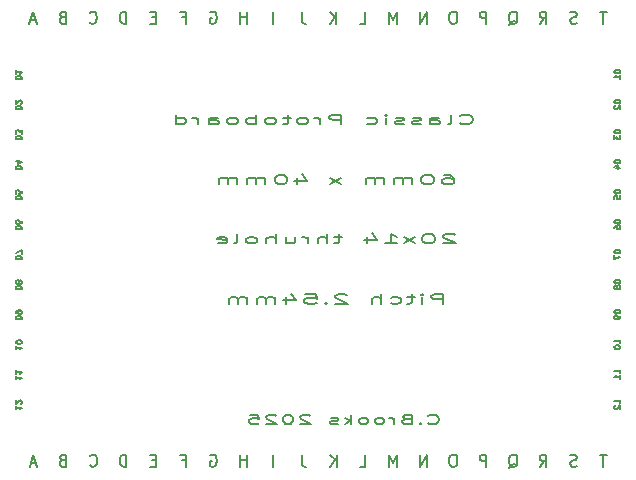
<source format=gbr>
%TF.GenerationSoftware,KiCad,Pcbnew,9.0.1*%
%TF.CreationDate,2025-05-06T23:49:06-04:00*%
%TF.ProjectId,classic-protoboard_14x20,636c6173-7369-4632-9d70-726f746f626f,rev?*%
%TF.SameCoordinates,Original*%
%TF.FileFunction,Legend,Bot*%
%TF.FilePolarity,Positive*%
%FSLAX46Y46*%
G04 Gerber Fmt 4.6, Leading zero omitted, Abs format (unit mm)*
G04 Created by KiCad (PCBNEW 9.0.1) date 2025-05-06 23:49:06*
%MOMM*%
%LPD*%
G01*
G04 APERTURE LIST*
%ADD10C,0.127000*%
%ADD11C,0.150000*%
%ADD12C,0.200000*%
%ADD13C,0.156250*%
%ADD14C,2.300000*%
%ADD15O,3.148000X1.624000*%
%ADD16C,1.624000*%
G04 APERTURE END LIST*
D10*
X169200406Y-82113904D02*
X169200406Y-82162285D01*
X169200406Y-82162285D02*
X169224596Y-82210666D01*
X169224596Y-82210666D02*
X169248787Y-82234856D01*
X169248787Y-82234856D02*
X169297168Y-82259047D01*
X169297168Y-82259047D02*
X169393930Y-82283237D01*
X169393930Y-82283237D02*
X169514882Y-82283237D01*
X169514882Y-82283237D02*
X169611644Y-82259047D01*
X169611644Y-82259047D02*
X169660025Y-82234856D01*
X169660025Y-82234856D02*
X169684216Y-82210666D01*
X169684216Y-82210666D02*
X169708406Y-82162285D01*
X169708406Y-82162285D02*
X169708406Y-82113904D01*
X169708406Y-82113904D02*
X169684216Y-82065523D01*
X169684216Y-82065523D02*
X169660025Y-82041332D01*
X169660025Y-82041332D02*
X169611644Y-82017142D01*
X169611644Y-82017142D02*
X169514882Y-81992951D01*
X169514882Y-81992951D02*
X169393930Y-81992951D01*
X169393930Y-81992951D02*
X169297168Y-82017142D01*
X169297168Y-82017142D02*
X169248787Y-82041332D01*
X169248787Y-82041332D02*
X169224596Y-82065523D01*
X169224596Y-82065523D02*
X169200406Y-82113904D01*
X169708406Y-82767047D02*
X169708406Y-82476761D01*
X169708406Y-82621904D02*
X169200406Y-82621904D01*
X169200406Y-82621904D02*
X169272977Y-82573523D01*
X169272977Y-82573523D02*
X169321358Y-82525142D01*
X169321358Y-82525142D02*
X169345549Y-82476761D01*
D11*
X155675237Y-77074819D02*
X155484761Y-77074819D01*
X155484761Y-77074819D02*
X155389523Y-77122438D01*
X155389523Y-77122438D02*
X155294285Y-77217676D01*
X155294285Y-77217676D02*
X155246666Y-77408152D01*
X155246666Y-77408152D02*
X155246666Y-77741485D01*
X155246666Y-77741485D02*
X155294285Y-77931961D01*
X155294285Y-77931961D02*
X155389523Y-78027200D01*
X155389523Y-78027200D02*
X155484761Y-78074819D01*
X155484761Y-78074819D02*
X155675237Y-78074819D01*
X155675237Y-78074819D02*
X155770475Y-78027200D01*
X155770475Y-78027200D02*
X155865713Y-77931961D01*
X155865713Y-77931961D02*
X155913332Y-77741485D01*
X155913332Y-77741485D02*
X155913332Y-77408152D01*
X155913332Y-77408152D02*
X155865713Y-77217676D01*
X155865713Y-77217676D02*
X155770475Y-77122438D01*
X155770475Y-77122438D02*
X155675237Y-77074819D01*
X138085713Y-115584819D02*
X138085713Y-114584819D01*
X138085713Y-115061009D02*
X137514285Y-115061009D01*
X137514285Y-115584819D02*
X137514285Y-114584819D01*
D10*
X118541593Y-110456762D02*
X118541593Y-110747048D01*
X118541593Y-110601905D02*
X119049593Y-110601905D01*
X119049593Y-110601905D02*
X118977022Y-110650286D01*
X118977022Y-110650286D02*
X118928641Y-110698667D01*
X118928641Y-110698667D02*
X118904450Y-110747048D01*
X119001212Y-110263238D02*
X119025403Y-110239047D01*
X119025403Y-110239047D02*
X119049593Y-110190666D01*
X119049593Y-110190666D02*
X119049593Y-110069714D01*
X119049593Y-110069714D02*
X119025403Y-110021333D01*
X119025403Y-110021333D02*
X119001212Y-109997142D01*
X119001212Y-109997142D02*
X118952831Y-109972952D01*
X118952831Y-109972952D02*
X118904450Y-109972952D01*
X118904450Y-109972952D02*
X118831879Y-109997142D01*
X118831879Y-109997142D02*
X118541593Y-110287428D01*
X118541593Y-110287428D02*
X118541593Y-109972952D01*
D11*
X134998095Y-114632438D02*
X135093333Y-114584819D01*
X135093333Y-114584819D02*
X135236190Y-114584819D01*
X135236190Y-114584819D02*
X135379047Y-114632438D01*
X135379047Y-114632438D02*
X135474285Y-114727676D01*
X135474285Y-114727676D02*
X135521904Y-114822914D01*
X135521904Y-114822914D02*
X135569523Y-115013390D01*
X135569523Y-115013390D02*
X135569523Y-115156247D01*
X135569523Y-115156247D02*
X135521904Y-115346723D01*
X135521904Y-115346723D02*
X135474285Y-115441961D01*
X135474285Y-115441961D02*
X135379047Y-115537200D01*
X135379047Y-115537200D02*
X135236190Y-115584819D01*
X135236190Y-115584819D02*
X135140952Y-115584819D01*
X135140952Y-115584819D02*
X134998095Y-115537200D01*
X134998095Y-115537200D02*
X134950476Y-115489580D01*
X134950476Y-115489580D02*
X134950476Y-115156247D01*
X134950476Y-115156247D02*
X135140952Y-115156247D01*
X158381904Y-115584819D02*
X158381904Y-114584819D01*
X158381904Y-114584819D02*
X158000952Y-114584819D01*
X158000952Y-114584819D02*
X157905714Y-114632438D01*
X157905714Y-114632438D02*
X157858095Y-114680057D01*
X157858095Y-114680057D02*
X157810476Y-114775295D01*
X157810476Y-114775295D02*
X157810476Y-114918152D01*
X157810476Y-114918152D02*
X157858095Y-115013390D01*
X157858095Y-115013390D02*
X157905714Y-115061009D01*
X157905714Y-115061009D02*
X158000952Y-115108628D01*
X158000952Y-115108628D02*
X158381904Y-115108628D01*
D12*
X154758572Y-90889695D02*
X155101429Y-90889695D01*
X155101429Y-90889695D02*
X155272857Y-90927790D01*
X155272857Y-90927790D02*
X155358572Y-90965885D01*
X155358572Y-90965885D02*
X155530000Y-91080171D01*
X155530000Y-91080171D02*
X155615714Y-91232552D01*
X155615714Y-91232552D02*
X155615714Y-91537314D01*
X155615714Y-91537314D02*
X155530000Y-91613504D01*
X155530000Y-91613504D02*
X155444286Y-91651600D01*
X155444286Y-91651600D02*
X155272857Y-91689695D01*
X155272857Y-91689695D02*
X154930000Y-91689695D01*
X154930000Y-91689695D02*
X154758572Y-91651600D01*
X154758572Y-91651600D02*
X154672857Y-91613504D01*
X154672857Y-91613504D02*
X154587143Y-91537314D01*
X154587143Y-91537314D02*
X154587143Y-91346838D01*
X154587143Y-91346838D02*
X154672857Y-91270647D01*
X154672857Y-91270647D02*
X154758572Y-91232552D01*
X154758572Y-91232552D02*
X154930000Y-91194457D01*
X154930000Y-91194457D02*
X155272857Y-91194457D01*
X155272857Y-91194457D02*
X155444286Y-91232552D01*
X155444286Y-91232552D02*
X155530000Y-91270647D01*
X155530000Y-91270647D02*
X155615714Y-91346838D01*
X153472857Y-90889695D02*
X153301428Y-90889695D01*
X153301428Y-90889695D02*
X153130000Y-90927790D01*
X153130000Y-90927790D02*
X153044286Y-90965885D01*
X153044286Y-90965885D02*
X152958571Y-91042076D01*
X152958571Y-91042076D02*
X152872857Y-91194457D01*
X152872857Y-91194457D02*
X152872857Y-91384933D01*
X152872857Y-91384933D02*
X152958571Y-91537314D01*
X152958571Y-91537314D02*
X153044286Y-91613504D01*
X153044286Y-91613504D02*
X153130000Y-91651600D01*
X153130000Y-91651600D02*
X153301428Y-91689695D01*
X153301428Y-91689695D02*
X153472857Y-91689695D01*
X153472857Y-91689695D02*
X153644286Y-91651600D01*
X153644286Y-91651600D02*
X153730000Y-91613504D01*
X153730000Y-91613504D02*
X153815714Y-91537314D01*
X153815714Y-91537314D02*
X153901428Y-91384933D01*
X153901428Y-91384933D02*
X153901428Y-91194457D01*
X153901428Y-91194457D02*
X153815714Y-91042076D01*
X153815714Y-91042076D02*
X153730000Y-90965885D01*
X153730000Y-90965885D02*
X153644286Y-90927790D01*
X153644286Y-90927790D02*
X153472857Y-90889695D01*
X152101428Y-91689695D02*
X152101428Y-91156361D01*
X152101428Y-91232552D02*
X152015714Y-91194457D01*
X152015714Y-91194457D02*
X151844285Y-91156361D01*
X151844285Y-91156361D02*
X151587142Y-91156361D01*
X151587142Y-91156361D02*
X151415714Y-91194457D01*
X151415714Y-91194457D02*
X151330000Y-91270647D01*
X151330000Y-91270647D02*
X151330000Y-91689695D01*
X151330000Y-91270647D02*
X151244285Y-91194457D01*
X151244285Y-91194457D02*
X151072857Y-91156361D01*
X151072857Y-91156361D02*
X150815714Y-91156361D01*
X150815714Y-91156361D02*
X150644285Y-91194457D01*
X150644285Y-91194457D02*
X150558571Y-91270647D01*
X150558571Y-91270647D02*
X150558571Y-91689695D01*
X149701428Y-91689695D02*
X149701428Y-91156361D01*
X149701428Y-91232552D02*
X149615714Y-91194457D01*
X149615714Y-91194457D02*
X149444285Y-91156361D01*
X149444285Y-91156361D02*
X149187142Y-91156361D01*
X149187142Y-91156361D02*
X149015714Y-91194457D01*
X149015714Y-91194457D02*
X148930000Y-91270647D01*
X148930000Y-91270647D02*
X148930000Y-91689695D01*
X148930000Y-91270647D02*
X148844285Y-91194457D01*
X148844285Y-91194457D02*
X148672857Y-91156361D01*
X148672857Y-91156361D02*
X148415714Y-91156361D01*
X148415714Y-91156361D02*
X148244285Y-91194457D01*
X148244285Y-91194457D02*
X148158571Y-91270647D01*
X148158571Y-91270647D02*
X148158571Y-91689695D01*
X146101428Y-91689695D02*
X145158571Y-91156361D01*
X146101428Y-91156361D02*
X145158571Y-91689695D01*
X142329999Y-91156361D02*
X142329999Y-91689695D01*
X142758570Y-90851600D02*
X143187141Y-91423028D01*
X143187141Y-91423028D02*
X142072856Y-91423028D01*
X141044284Y-90889695D02*
X140872855Y-90889695D01*
X140872855Y-90889695D02*
X140701427Y-90927790D01*
X140701427Y-90927790D02*
X140615713Y-90965885D01*
X140615713Y-90965885D02*
X140529998Y-91042076D01*
X140529998Y-91042076D02*
X140444284Y-91194457D01*
X140444284Y-91194457D02*
X140444284Y-91384933D01*
X140444284Y-91384933D02*
X140529998Y-91537314D01*
X140529998Y-91537314D02*
X140615713Y-91613504D01*
X140615713Y-91613504D02*
X140701427Y-91651600D01*
X140701427Y-91651600D02*
X140872855Y-91689695D01*
X140872855Y-91689695D02*
X141044284Y-91689695D01*
X141044284Y-91689695D02*
X141215713Y-91651600D01*
X141215713Y-91651600D02*
X141301427Y-91613504D01*
X141301427Y-91613504D02*
X141387141Y-91537314D01*
X141387141Y-91537314D02*
X141472855Y-91384933D01*
X141472855Y-91384933D02*
X141472855Y-91194457D01*
X141472855Y-91194457D02*
X141387141Y-91042076D01*
X141387141Y-91042076D02*
X141301427Y-90965885D01*
X141301427Y-90965885D02*
X141215713Y-90927790D01*
X141215713Y-90927790D02*
X141044284Y-90889695D01*
X139672855Y-91689695D02*
X139672855Y-91156361D01*
X139672855Y-91232552D02*
X139587141Y-91194457D01*
X139587141Y-91194457D02*
X139415712Y-91156361D01*
X139415712Y-91156361D02*
X139158569Y-91156361D01*
X139158569Y-91156361D02*
X138987141Y-91194457D01*
X138987141Y-91194457D02*
X138901427Y-91270647D01*
X138901427Y-91270647D02*
X138901427Y-91689695D01*
X138901427Y-91270647D02*
X138815712Y-91194457D01*
X138815712Y-91194457D02*
X138644284Y-91156361D01*
X138644284Y-91156361D02*
X138387141Y-91156361D01*
X138387141Y-91156361D02*
X138215712Y-91194457D01*
X138215712Y-91194457D02*
X138129998Y-91270647D01*
X138129998Y-91270647D02*
X138129998Y-91689695D01*
X137272855Y-91689695D02*
X137272855Y-91156361D01*
X137272855Y-91232552D02*
X137187141Y-91194457D01*
X137187141Y-91194457D02*
X137015712Y-91156361D01*
X137015712Y-91156361D02*
X136758569Y-91156361D01*
X136758569Y-91156361D02*
X136587141Y-91194457D01*
X136587141Y-91194457D02*
X136501427Y-91270647D01*
X136501427Y-91270647D02*
X136501427Y-91689695D01*
X136501427Y-91270647D02*
X136415712Y-91194457D01*
X136415712Y-91194457D02*
X136244284Y-91156361D01*
X136244284Y-91156361D02*
X135987141Y-91156361D01*
X135987141Y-91156361D02*
X135815712Y-91194457D01*
X135815712Y-91194457D02*
X135729998Y-91270647D01*
X135729998Y-91270647D02*
X135729998Y-91689695D01*
D10*
X169200406Y-94813904D02*
X169200406Y-94862285D01*
X169200406Y-94862285D02*
X169224596Y-94910666D01*
X169224596Y-94910666D02*
X169248787Y-94934856D01*
X169248787Y-94934856D02*
X169297168Y-94959047D01*
X169297168Y-94959047D02*
X169393930Y-94983237D01*
X169393930Y-94983237D02*
X169514882Y-94983237D01*
X169514882Y-94983237D02*
X169611644Y-94959047D01*
X169611644Y-94959047D02*
X169660025Y-94934856D01*
X169660025Y-94934856D02*
X169684216Y-94910666D01*
X169684216Y-94910666D02*
X169708406Y-94862285D01*
X169708406Y-94862285D02*
X169708406Y-94813904D01*
X169708406Y-94813904D02*
X169684216Y-94765523D01*
X169684216Y-94765523D02*
X169660025Y-94741332D01*
X169660025Y-94741332D02*
X169611644Y-94717142D01*
X169611644Y-94717142D02*
X169514882Y-94692951D01*
X169514882Y-94692951D02*
X169393930Y-94692951D01*
X169393930Y-94692951D02*
X169297168Y-94717142D01*
X169297168Y-94717142D02*
X169248787Y-94741332D01*
X169248787Y-94741332D02*
X169224596Y-94765523D01*
X169224596Y-94765523D02*
X169200406Y-94813904D01*
X169200406Y-95418666D02*
X169200406Y-95321904D01*
X169200406Y-95321904D02*
X169224596Y-95273523D01*
X169224596Y-95273523D02*
X169248787Y-95249333D01*
X169248787Y-95249333D02*
X169321358Y-95200952D01*
X169321358Y-95200952D02*
X169418120Y-95176761D01*
X169418120Y-95176761D02*
X169611644Y-95176761D01*
X169611644Y-95176761D02*
X169660025Y-95200952D01*
X169660025Y-95200952D02*
X169684216Y-95225142D01*
X169684216Y-95225142D02*
X169708406Y-95273523D01*
X169708406Y-95273523D02*
X169708406Y-95370285D01*
X169708406Y-95370285D02*
X169684216Y-95418666D01*
X169684216Y-95418666D02*
X169660025Y-95442857D01*
X169660025Y-95442857D02*
X169611644Y-95467047D01*
X169611644Y-95467047D02*
X169490692Y-95467047D01*
X169490692Y-95467047D02*
X169442311Y-95442857D01*
X169442311Y-95442857D02*
X169418120Y-95418666D01*
X169418120Y-95418666D02*
X169393930Y-95370285D01*
X169393930Y-95370285D02*
X169393930Y-95273523D01*
X169393930Y-95273523D02*
X169418120Y-95225142D01*
X169418120Y-95225142D02*
X169442311Y-95200952D01*
X169442311Y-95200952D02*
X169490692Y-95176761D01*
D11*
X140339999Y-115584819D02*
X140339999Y-114584819D01*
X158381904Y-78074819D02*
X158381904Y-77074819D01*
X158381904Y-77074819D02*
X158000952Y-77074819D01*
X158000952Y-77074819D02*
X157905714Y-77122438D01*
X157905714Y-77122438D02*
X157858095Y-77170057D01*
X157858095Y-77170057D02*
X157810476Y-77265295D01*
X157810476Y-77265295D02*
X157810476Y-77408152D01*
X157810476Y-77408152D02*
X157858095Y-77503390D01*
X157858095Y-77503390D02*
X157905714Y-77551009D01*
X157905714Y-77551009D02*
X158000952Y-77598628D01*
X158000952Y-77598628D02*
X158381904Y-77598628D01*
X162890476Y-115584819D02*
X163223809Y-115108628D01*
X163461904Y-115584819D02*
X163461904Y-114584819D01*
X163461904Y-114584819D02*
X163080952Y-114584819D01*
X163080952Y-114584819D02*
X162985714Y-114632438D01*
X162985714Y-114632438D02*
X162938095Y-114680057D01*
X162938095Y-114680057D02*
X162890476Y-114775295D01*
X162890476Y-114775295D02*
X162890476Y-114918152D01*
X162890476Y-114918152D02*
X162938095Y-115013390D01*
X162938095Y-115013390D02*
X162985714Y-115061009D01*
X162985714Y-115061009D02*
X163080952Y-115108628D01*
X163080952Y-115108628D02*
X163461904Y-115108628D01*
X168565713Y-114584819D02*
X167994285Y-114584819D01*
X168279999Y-115584819D02*
X168279999Y-114584819D01*
D10*
X119049593Y-90306095D02*
X119049593Y-90257714D01*
X119049593Y-90257714D02*
X119025403Y-90209333D01*
X119025403Y-90209333D02*
X119001212Y-90185143D01*
X119001212Y-90185143D02*
X118952831Y-90160952D01*
X118952831Y-90160952D02*
X118856069Y-90136762D01*
X118856069Y-90136762D02*
X118735117Y-90136762D01*
X118735117Y-90136762D02*
X118638355Y-90160952D01*
X118638355Y-90160952D02*
X118589974Y-90185143D01*
X118589974Y-90185143D02*
X118565784Y-90209333D01*
X118565784Y-90209333D02*
X118541593Y-90257714D01*
X118541593Y-90257714D02*
X118541593Y-90306095D01*
X118541593Y-90306095D02*
X118565784Y-90354476D01*
X118565784Y-90354476D02*
X118589974Y-90378667D01*
X118589974Y-90378667D02*
X118638355Y-90402857D01*
X118638355Y-90402857D02*
X118735117Y-90427048D01*
X118735117Y-90427048D02*
X118856069Y-90427048D01*
X118856069Y-90427048D02*
X118952831Y-90402857D01*
X118952831Y-90402857D02*
X119001212Y-90378667D01*
X119001212Y-90378667D02*
X119025403Y-90354476D01*
X119025403Y-90354476D02*
X119049593Y-90306095D01*
X118880260Y-89701333D02*
X118541593Y-89701333D01*
X119073784Y-89822285D02*
X118710926Y-89943238D01*
X118710926Y-89943238D02*
X118710926Y-89628761D01*
D11*
X130394285Y-77551009D02*
X130060952Y-77551009D01*
X129918095Y-78074819D02*
X130394285Y-78074819D01*
X130394285Y-78074819D02*
X130394285Y-77074819D01*
X130394285Y-77074819D02*
X129918095Y-77074819D01*
D10*
X118541593Y-107916762D02*
X118541593Y-108207048D01*
X118541593Y-108061905D02*
X119049593Y-108061905D01*
X119049593Y-108061905D02*
X118977022Y-108110286D01*
X118977022Y-108110286D02*
X118928641Y-108158667D01*
X118928641Y-108158667D02*
X118904450Y-108207048D01*
X118541593Y-107432952D02*
X118541593Y-107723238D01*
X118541593Y-107578095D02*
X119049593Y-107578095D01*
X119049593Y-107578095D02*
X118977022Y-107626476D01*
X118977022Y-107626476D02*
X118928641Y-107674857D01*
X118928641Y-107674857D02*
X118904450Y-107723238D01*
X119049593Y-82686095D02*
X119049593Y-82637714D01*
X119049593Y-82637714D02*
X119025403Y-82589333D01*
X119025403Y-82589333D02*
X119001212Y-82565143D01*
X119001212Y-82565143D02*
X118952831Y-82540952D01*
X118952831Y-82540952D02*
X118856069Y-82516762D01*
X118856069Y-82516762D02*
X118735117Y-82516762D01*
X118735117Y-82516762D02*
X118638355Y-82540952D01*
X118638355Y-82540952D02*
X118589974Y-82565143D01*
X118589974Y-82565143D02*
X118565784Y-82589333D01*
X118565784Y-82589333D02*
X118541593Y-82637714D01*
X118541593Y-82637714D02*
X118541593Y-82686095D01*
X118541593Y-82686095D02*
X118565784Y-82734476D01*
X118565784Y-82734476D02*
X118589974Y-82758667D01*
X118589974Y-82758667D02*
X118638355Y-82782857D01*
X118638355Y-82782857D02*
X118735117Y-82807048D01*
X118735117Y-82807048D02*
X118856069Y-82807048D01*
X118856069Y-82807048D02*
X118952831Y-82782857D01*
X118952831Y-82782857D02*
X119001212Y-82758667D01*
X119001212Y-82758667D02*
X119025403Y-82734476D01*
X119025403Y-82734476D02*
X119049593Y-82686095D01*
X118541593Y-82032952D02*
X118541593Y-82323238D01*
X118541593Y-82178095D02*
X119049593Y-82178095D01*
X119049593Y-82178095D02*
X118977022Y-82226476D01*
X118977022Y-82226476D02*
X118928641Y-82274857D01*
X118928641Y-82274857D02*
X118904450Y-82323238D01*
D11*
X160279047Y-115680057D02*
X160374285Y-115632438D01*
X160374285Y-115632438D02*
X160469523Y-115537200D01*
X160469523Y-115537200D02*
X160612380Y-115394342D01*
X160612380Y-115394342D02*
X160707618Y-115346723D01*
X160707618Y-115346723D02*
X160802856Y-115346723D01*
X160755237Y-115584819D02*
X160850475Y-115537200D01*
X160850475Y-115537200D02*
X160945713Y-115441961D01*
X160945713Y-115441961D02*
X160993332Y-115251485D01*
X160993332Y-115251485D02*
X160993332Y-114918152D01*
X160993332Y-114918152D02*
X160945713Y-114727676D01*
X160945713Y-114727676D02*
X160850475Y-114632438D01*
X160850475Y-114632438D02*
X160755237Y-114584819D01*
X160755237Y-114584819D02*
X160564761Y-114584819D01*
X160564761Y-114584819D02*
X160469523Y-114632438D01*
X160469523Y-114632438D02*
X160374285Y-114727676D01*
X160374285Y-114727676D02*
X160326666Y-114918152D01*
X160326666Y-114918152D02*
X160326666Y-115251485D01*
X160326666Y-115251485D02*
X160374285Y-115441961D01*
X160374285Y-115441961D02*
X160469523Y-115537200D01*
X160469523Y-115537200D02*
X160564761Y-115584819D01*
X160564761Y-115584819D02*
X160755237Y-115584819D01*
D10*
X169708406Y-110223237D02*
X169708406Y-109932951D01*
X169708406Y-110078094D02*
X169200406Y-110078094D01*
X169200406Y-110078094D02*
X169272977Y-110029713D01*
X169272977Y-110029713D02*
X169321358Y-109981332D01*
X169321358Y-109981332D02*
X169345549Y-109932951D01*
X169248787Y-110416761D02*
X169224596Y-110440952D01*
X169224596Y-110440952D02*
X169200406Y-110489333D01*
X169200406Y-110489333D02*
X169200406Y-110610285D01*
X169200406Y-110610285D02*
X169224596Y-110658666D01*
X169224596Y-110658666D02*
X169248787Y-110682857D01*
X169248787Y-110682857D02*
X169297168Y-110707047D01*
X169297168Y-110707047D02*
X169345549Y-110707047D01*
X169345549Y-110707047D02*
X169418120Y-110682857D01*
X169418120Y-110682857D02*
X169708406Y-110392571D01*
X169708406Y-110392571D02*
X169708406Y-110707047D01*
D12*
X154715714Y-101789695D02*
X154715714Y-100989695D01*
X154715714Y-100989695D02*
X154030000Y-100989695D01*
X154030000Y-100989695D02*
X153858571Y-101027790D01*
X153858571Y-101027790D02*
X153772857Y-101065885D01*
X153772857Y-101065885D02*
X153687143Y-101142076D01*
X153687143Y-101142076D02*
X153687143Y-101256361D01*
X153687143Y-101256361D02*
X153772857Y-101332552D01*
X153772857Y-101332552D02*
X153858571Y-101370647D01*
X153858571Y-101370647D02*
X154030000Y-101408742D01*
X154030000Y-101408742D02*
X154715714Y-101408742D01*
X152915714Y-101789695D02*
X152915714Y-101256361D01*
X152915714Y-100989695D02*
X153001428Y-101027790D01*
X153001428Y-101027790D02*
X152915714Y-101065885D01*
X152915714Y-101065885D02*
X152830000Y-101027790D01*
X152830000Y-101027790D02*
X152915714Y-100989695D01*
X152915714Y-100989695D02*
X152915714Y-101065885D01*
X152315714Y-101256361D02*
X151630000Y-101256361D01*
X152058571Y-100989695D02*
X152058571Y-101675409D01*
X152058571Y-101675409D02*
X151972857Y-101751600D01*
X151972857Y-101751600D02*
X151801428Y-101789695D01*
X151801428Y-101789695D02*
X151630000Y-101789695D01*
X150258572Y-101751600D02*
X150430000Y-101789695D01*
X150430000Y-101789695D02*
X150772857Y-101789695D01*
X150772857Y-101789695D02*
X150944286Y-101751600D01*
X150944286Y-101751600D02*
X151030000Y-101713504D01*
X151030000Y-101713504D02*
X151115714Y-101637314D01*
X151115714Y-101637314D02*
X151115714Y-101408742D01*
X151115714Y-101408742D02*
X151030000Y-101332552D01*
X151030000Y-101332552D02*
X150944286Y-101294457D01*
X150944286Y-101294457D02*
X150772857Y-101256361D01*
X150772857Y-101256361D02*
X150430000Y-101256361D01*
X150430000Y-101256361D02*
X150258572Y-101294457D01*
X149487143Y-101789695D02*
X149487143Y-100989695D01*
X148715715Y-101789695D02*
X148715715Y-101370647D01*
X148715715Y-101370647D02*
X148801429Y-101294457D01*
X148801429Y-101294457D02*
X148972857Y-101256361D01*
X148972857Y-101256361D02*
X149230000Y-101256361D01*
X149230000Y-101256361D02*
X149401429Y-101294457D01*
X149401429Y-101294457D02*
X149487143Y-101332552D01*
X146572857Y-101065885D02*
X146487143Y-101027790D01*
X146487143Y-101027790D02*
X146315715Y-100989695D01*
X146315715Y-100989695D02*
X145887143Y-100989695D01*
X145887143Y-100989695D02*
X145715715Y-101027790D01*
X145715715Y-101027790D02*
X145630000Y-101065885D01*
X145630000Y-101065885D02*
X145544286Y-101142076D01*
X145544286Y-101142076D02*
X145544286Y-101218266D01*
X145544286Y-101218266D02*
X145630000Y-101332552D01*
X145630000Y-101332552D02*
X146658572Y-101789695D01*
X146658572Y-101789695D02*
X145544286Y-101789695D01*
X144772857Y-101713504D02*
X144687143Y-101751600D01*
X144687143Y-101751600D02*
X144772857Y-101789695D01*
X144772857Y-101789695D02*
X144858571Y-101751600D01*
X144858571Y-101751600D02*
X144772857Y-101713504D01*
X144772857Y-101713504D02*
X144772857Y-101789695D01*
X143058571Y-100989695D02*
X143915714Y-100989695D01*
X143915714Y-100989695D02*
X144001428Y-101370647D01*
X144001428Y-101370647D02*
X143915714Y-101332552D01*
X143915714Y-101332552D02*
X143744286Y-101294457D01*
X143744286Y-101294457D02*
X143315714Y-101294457D01*
X143315714Y-101294457D02*
X143144286Y-101332552D01*
X143144286Y-101332552D02*
X143058571Y-101370647D01*
X143058571Y-101370647D02*
X142972857Y-101446838D01*
X142972857Y-101446838D02*
X142972857Y-101637314D01*
X142972857Y-101637314D02*
X143058571Y-101713504D01*
X143058571Y-101713504D02*
X143144286Y-101751600D01*
X143144286Y-101751600D02*
X143315714Y-101789695D01*
X143315714Y-101789695D02*
X143744286Y-101789695D01*
X143744286Y-101789695D02*
X143915714Y-101751600D01*
X143915714Y-101751600D02*
X144001428Y-101713504D01*
X141430000Y-101256361D02*
X141430000Y-101789695D01*
X141858571Y-100951600D02*
X142287142Y-101523028D01*
X142287142Y-101523028D02*
X141172857Y-101523028D01*
X140487142Y-101789695D02*
X140487142Y-101256361D01*
X140487142Y-101332552D02*
X140401428Y-101294457D01*
X140401428Y-101294457D02*
X140229999Y-101256361D01*
X140229999Y-101256361D02*
X139972856Y-101256361D01*
X139972856Y-101256361D02*
X139801428Y-101294457D01*
X139801428Y-101294457D02*
X139715714Y-101370647D01*
X139715714Y-101370647D02*
X139715714Y-101789695D01*
X139715714Y-101370647D02*
X139629999Y-101294457D01*
X139629999Y-101294457D02*
X139458571Y-101256361D01*
X139458571Y-101256361D02*
X139201428Y-101256361D01*
X139201428Y-101256361D02*
X139029999Y-101294457D01*
X139029999Y-101294457D02*
X138944285Y-101370647D01*
X138944285Y-101370647D02*
X138944285Y-101789695D01*
X138087142Y-101789695D02*
X138087142Y-101256361D01*
X138087142Y-101332552D02*
X138001428Y-101294457D01*
X138001428Y-101294457D02*
X137829999Y-101256361D01*
X137829999Y-101256361D02*
X137572856Y-101256361D01*
X137572856Y-101256361D02*
X137401428Y-101294457D01*
X137401428Y-101294457D02*
X137315714Y-101370647D01*
X137315714Y-101370647D02*
X137315714Y-101789695D01*
X137315714Y-101370647D02*
X137229999Y-101294457D01*
X137229999Y-101294457D02*
X137058571Y-101256361D01*
X137058571Y-101256361D02*
X136801428Y-101256361D01*
X136801428Y-101256361D02*
X136629999Y-101294457D01*
X136629999Y-101294457D02*
X136544285Y-101370647D01*
X136544285Y-101370647D02*
X136544285Y-101789695D01*
D10*
X169708406Y-105143237D02*
X169708406Y-104852951D01*
X169708406Y-104998094D02*
X169200406Y-104998094D01*
X169200406Y-104998094D02*
X169272977Y-104949713D01*
X169272977Y-104949713D02*
X169321358Y-104901332D01*
X169321358Y-104901332D02*
X169345549Y-104852951D01*
X169200406Y-105457714D02*
X169200406Y-105506095D01*
X169200406Y-105506095D02*
X169224596Y-105554476D01*
X169224596Y-105554476D02*
X169248787Y-105578666D01*
X169248787Y-105578666D02*
X169297168Y-105602857D01*
X169297168Y-105602857D02*
X169393930Y-105627047D01*
X169393930Y-105627047D02*
X169514882Y-105627047D01*
X169514882Y-105627047D02*
X169611644Y-105602857D01*
X169611644Y-105602857D02*
X169660025Y-105578666D01*
X169660025Y-105578666D02*
X169684216Y-105554476D01*
X169684216Y-105554476D02*
X169708406Y-105506095D01*
X169708406Y-105506095D02*
X169708406Y-105457714D01*
X169708406Y-105457714D02*
X169684216Y-105409333D01*
X169684216Y-105409333D02*
X169660025Y-105385142D01*
X169660025Y-105385142D02*
X169611644Y-105360952D01*
X169611644Y-105360952D02*
X169514882Y-105336761D01*
X169514882Y-105336761D02*
X169393930Y-105336761D01*
X169393930Y-105336761D02*
X169297168Y-105360952D01*
X169297168Y-105360952D02*
X169248787Y-105385142D01*
X169248787Y-105385142D02*
X169224596Y-105409333D01*
X169224596Y-105409333D02*
X169200406Y-105457714D01*
X119049593Y-100466095D02*
X119049593Y-100417714D01*
X119049593Y-100417714D02*
X119025403Y-100369333D01*
X119025403Y-100369333D02*
X119001212Y-100345143D01*
X119001212Y-100345143D02*
X118952831Y-100320952D01*
X118952831Y-100320952D02*
X118856069Y-100296762D01*
X118856069Y-100296762D02*
X118735117Y-100296762D01*
X118735117Y-100296762D02*
X118638355Y-100320952D01*
X118638355Y-100320952D02*
X118589974Y-100345143D01*
X118589974Y-100345143D02*
X118565784Y-100369333D01*
X118565784Y-100369333D02*
X118541593Y-100417714D01*
X118541593Y-100417714D02*
X118541593Y-100466095D01*
X118541593Y-100466095D02*
X118565784Y-100514476D01*
X118565784Y-100514476D02*
X118589974Y-100538667D01*
X118589974Y-100538667D02*
X118638355Y-100562857D01*
X118638355Y-100562857D02*
X118735117Y-100587048D01*
X118735117Y-100587048D02*
X118856069Y-100587048D01*
X118856069Y-100587048D02*
X118952831Y-100562857D01*
X118952831Y-100562857D02*
X119001212Y-100538667D01*
X119001212Y-100538667D02*
X119025403Y-100514476D01*
X119025403Y-100514476D02*
X119049593Y-100466095D01*
X118831879Y-100006476D02*
X118856069Y-100054857D01*
X118856069Y-100054857D02*
X118880260Y-100079047D01*
X118880260Y-100079047D02*
X118928641Y-100103238D01*
X118928641Y-100103238D02*
X118952831Y-100103238D01*
X118952831Y-100103238D02*
X119001212Y-100079047D01*
X119001212Y-100079047D02*
X119025403Y-100054857D01*
X119025403Y-100054857D02*
X119049593Y-100006476D01*
X119049593Y-100006476D02*
X119049593Y-99909714D01*
X119049593Y-99909714D02*
X119025403Y-99861333D01*
X119025403Y-99861333D02*
X119001212Y-99837142D01*
X119001212Y-99837142D02*
X118952831Y-99812952D01*
X118952831Y-99812952D02*
X118928641Y-99812952D01*
X118928641Y-99812952D02*
X118880260Y-99837142D01*
X118880260Y-99837142D02*
X118856069Y-99861333D01*
X118856069Y-99861333D02*
X118831879Y-99909714D01*
X118831879Y-99909714D02*
X118831879Y-100006476D01*
X118831879Y-100006476D02*
X118807688Y-100054857D01*
X118807688Y-100054857D02*
X118783498Y-100079047D01*
X118783498Y-100079047D02*
X118735117Y-100103238D01*
X118735117Y-100103238D02*
X118638355Y-100103238D01*
X118638355Y-100103238D02*
X118589974Y-100079047D01*
X118589974Y-100079047D02*
X118565784Y-100054857D01*
X118565784Y-100054857D02*
X118541593Y-100006476D01*
X118541593Y-100006476D02*
X118541593Y-99909714D01*
X118541593Y-99909714D02*
X118565784Y-99861333D01*
X118565784Y-99861333D02*
X118589974Y-99837142D01*
X118589974Y-99837142D02*
X118638355Y-99812952D01*
X118638355Y-99812952D02*
X118735117Y-99812952D01*
X118735117Y-99812952D02*
X118783498Y-99837142D01*
X118783498Y-99837142D02*
X118807688Y-99861333D01*
X118807688Y-99861333D02*
X118831879Y-99909714D01*
D12*
X156115713Y-86513504D02*
X156201427Y-86551600D01*
X156201427Y-86551600D02*
X156458570Y-86589695D01*
X156458570Y-86589695D02*
X156629998Y-86589695D01*
X156629998Y-86589695D02*
X156887141Y-86551600D01*
X156887141Y-86551600D02*
X157058570Y-86475409D01*
X157058570Y-86475409D02*
X157144284Y-86399219D01*
X157144284Y-86399219D02*
X157229998Y-86246838D01*
X157229998Y-86246838D02*
X157229998Y-86132552D01*
X157229998Y-86132552D02*
X157144284Y-85980171D01*
X157144284Y-85980171D02*
X157058570Y-85903980D01*
X157058570Y-85903980D02*
X156887141Y-85827790D01*
X156887141Y-85827790D02*
X156629998Y-85789695D01*
X156629998Y-85789695D02*
X156458570Y-85789695D01*
X156458570Y-85789695D02*
X156201427Y-85827790D01*
X156201427Y-85827790D02*
X156115713Y-85865885D01*
X155087141Y-86589695D02*
X155258570Y-86551600D01*
X155258570Y-86551600D02*
X155344284Y-86475409D01*
X155344284Y-86475409D02*
X155344284Y-85789695D01*
X153629999Y-86589695D02*
X153629999Y-86170647D01*
X153629999Y-86170647D02*
X153715713Y-86094457D01*
X153715713Y-86094457D02*
X153887141Y-86056361D01*
X153887141Y-86056361D02*
X154229999Y-86056361D01*
X154229999Y-86056361D02*
X154401427Y-86094457D01*
X153629999Y-86551600D02*
X153801427Y-86589695D01*
X153801427Y-86589695D02*
X154229999Y-86589695D01*
X154229999Y-86589695D02*
X154401427Y-86551600D01*
X154401427Y-86551600D02*
X154487141Y-86475409D01*
X154487141Y-86475409D02*
X154487141Y-86399219D01*
X154487141Y-86399219D02*
X154401427Y-86323028D01*
X154401427Y-86323028D02*
X154229999Y-86284933D01*
X154229999Y-86284933D02*
X153801427Y-86284933D01*
X153801427Y-86284933D02*
X153629999Y-86246838D01*
X152858570Y-86551600D02*
X152687142Y-86589695D01*
X152687142Y-86589695D02*
X152344285Y-86589695D01*
X152344285Y-86589695D02*
X152172856Y-86551600D01*
X152172856Y-86551600D02*
X152087142Y-86475409D01*
X152087142Y-86475409D02*
X152087142Y-86437314D01*
X152087142Y-86437314D02*
X152172856Y-86361123D01*
X152172856Y-86361123D02*
X152344285Y-86323028D01*
X152344285Y-86323028D02*
X152601428Y-86323028D01*
X152601428Y-86323028D02*
X152772856Y-86284933D01*
X152772856Y-86284933D02*
X152858570Y-86208742D01*
X152858570Y-86208742D02*
X152858570Y-86170647D01*
X152858570Y-86170647D02*
X152772856Y-86094457D01*
X152772856Y-86094457D02*
X152601428Y-86056361D01*
X152601428Y-86056361D02*
X152344285Y-86056361D01*
X152344285Y-86056361D02*
X152172856Y-86094457D01*
X151401427Y-86551600D02*
X151229999Y-86589695D01*
X151229999Y-86589695D02*
X150887142Y-86589695D01*
X150887142Y-86589695D02*
X150715713Y-86551600D01*
X150715713Y-86551600D02*
X150629999Y-86475409D01*
X150629999Y-86475409D02*
X150629999Y-86437314D01*
X150629999Y-86437314D02*
X150715713Y-86361123D01*
X150715713Y-86361123D02*
X150887142Y-86323028D01*
X150887142Y-86323028D02*
X151144285Y-86323028D01*
X151144285Y-86323028D02*
X151315713Y-86284933D01*
X151315713Y-86284933D02*
X151401427Y-86208742D01*
X151401427Y-86208742D02*
X151401427Y-86170647D01*
X151401427Y-86170647D02*
X151315713Y-86094457D01*
X151315713Y-86094457D02*
X151144285Y-86056361D01*
X151144285Y-86056361D02*
X150887142Y-86056361D01*
X150887142Y-86056361D02*
X150715713Y-86094457D01*
X149858570Y-86589695D02*
X149858570Y-86056361D01*
X149858570Y-85789695D02*
X149944284Y-85827790D01*
X149944284Y-85827790D02*
X149858570Y-85865885D01*
X149858570Y-85865885D02*
X149772856Y-85827790D01*
X149772856Y-85827790D02*
X149858570Y-85789695D01*
X149858570Y-85789695D02*
X149858570Y-85865885D01*
X148229999Y-86551600D02*
X148401427Y-86589695D01*
X148401427Y-86589695D02*
X148744284Y-86589695D01*
X148744284Y-86589695D02*
X148915713Y-86551600D01*
X148915713Y-86551600D02*
X149001427Y-86513504D01*
X149001427Y-86513504D02*
X149087141Y-86437314D01*
X149087141Y-86437314D02*
X149087141Y-86208742D01*
X149087141Y-86208742D02*
X149001427Y-86132552D01*
X149001427Y-86132552D02*
X148915713Y-86094457D01*
X148915713Y-86094457D02*
X148744284Y-86056361D01*
X148744284Y-86056361D02*
X148401427Y-86056361D01*
X148401427Y-86056361D02*
X148229999Y-86094457D01*
X146087141Y-86589695D02*
X146087141Y-85789695D01*
X146087141Y-85789695D02*
X145401427Y-85789695D01*
X145401427Y-85789695D02*
X145229998Y-85827790D01*
X145229998Y-85827790D02*
X145144284Y-85865885D01*
X145144284Y-85865885D02*
X145058570Y-85942076D01*
X145058570Y-85942076D02*
X145058570Y-86056361D01*
X145058570Y-86056361D02*
X145144284Y-86132552D01*
X145144284Y-86132552D02*
X145229998Y-86170647D01*
X145229998Y-86170647D02*
X145401427Y-86208742D01*
X145401427Y-86208742D02*
X146087141Y-86208742D01*
X144287141Y-86589695D02*
X144287141Y-86056361D01*
X144287141Y-86208742D02*
X144201427Y-86132552D01*
X144201427Y-86132552D02*
X144115713Y-86094457D01*
X144115713Y-86094457D02*
X143944284Y-86056361D01*
X143944284Y-86056361D02*
X143772855Y-86056361D01*
X142915712Y-86589695D02*
X143087141Y-86551600D01*
X143087141Y-86551600D02*
X143172855Y-86513504D01*
X143172855Y-86513504D02*
X143258569Y-86437314D01*
X143258569Y-86437314D02*
X143258569Y-86208742D01*
X143258569Y-86208742D02*
X143172855Y-86132552D01*
X143172855Y-86132552D02*
X143087141Y-86094457D01*
X143087141Y-86094457D02*
X142915712Y-86056361D01*
X142915712Y-86056361D02*
X142658569Y-86056361D01*
X142658569Y-86056361D02*
X142487141Y-86094457D01*
X142487141Y-86094457D02*
X142401427Y-86132552D01*
X142401427Y-86132552D02*
X142315712Y-86208742D01*
X142315712Y-86208742D02*
X142315712Y-86437314D01*
X142315712Y-86437314D02*
X142401427Y-86513504D01*
X142401427Y-86513504D02*
X142487141Y-86551600D01*
X142487141Y-86551600D02*
X142658569Y-86589695D01*
X142658569Y-86589695D02*
X142915712Y-86589695D01*
X141801427Y-86056361D02*
X141115713Y-86056361D01*
X141544284Y-85789695D02*
X141544284Y-86475409D01*
X141544284Y-86475409D02*
X141458570Y-86551600D01*
X141458570Y-86551600D02*
X141287141Y-86589695D01*
X141287141Y-86589695D02*
X141115713Y-86589695D01*
X140258570Y-86589695D02*
X140429999Y-86551600D01*
X140429999Y-86551600D02*
X140515713Y-86513504D01*
X140515713Y-86513504D02*
X140601427Y-86437314D01*
X140601427Y-86437314D02*
X140601427Y-86208742D01*
X140601427Y-86208742D02*
X140515713Y-86132552D01*
X140515713Y-86132552D02*
X140429999Y-86094457D01*
X140429999Y-86094457D02*
X140258570Y-86056361D01*
X140258570Y-86056361D02*
X140001427Y-86056361D01*
X140001427Y-86056361D02*
X139829999Y-86094457D01*
X139829999Y-86094457D02*
X139744285Y-86132552D01*
X139744285Y-86132552D02*
X139658570Y-86208742D01*
X139658570Y-86208742D02*
X139658570Y-86437314D01*
X139658570Y-86437314D02*
X139744285Y-86513504D01*
X139744285Y-86513504D02*
X139829999Y-86551600D01*
X139829999Y-86551600D02*
X140001427Y-86589695D01*
X140001427Y-86589695D02*
X140258570Y-86589695D01*
X138887142Y-86589695D02*
X138887142Y-85789695D01*
X138887142Y-86094457D02*
X138715714Y-86056361D01*
X138715714Y-86056361D02*
X138372856Y-86056361D01*
X138372856Y-86056361D02*
X138201428Y-86094457D01*
X138201428Y-86094457D02*
X138115714Y-86132552D01*
X138115714Y-86132552D02*
X138029999Y-86208742D01*
X138029999Y-86208742D02*
X138029999Y-86437314D01*
X138029999Y-86437314D02*
X138115714Y-86513504D01*
X138115714Y-86513504D02*
X138201428Y-86551600D01*
X138201428Y-86551600D02*
X138372856Y-86589695D01*
X138372856Y-86589695D02*
X138715714Y-86589695D01*
X138715714Y-86589695D02*
X138887142Y-86551600D01*
X137001428Y-86589695D02*
X137172857Y-86551600D01*
X137172857Y-86551600D02*
X137258571Y-86513504D01*
X137258571Y-86513504D02*
X137344285Y-86437314D01*
X137344285Y-86437314D02*
X137344285Y-86208742D01*
X137344285Y-86208742D02*
X137258571Y-86132552D01*
X137258571Y-86132552D02*
X137172857Y-86094457D01*
X137172857Y-86094457D02*
X137001428Y-86056361D01*
X137001428Y-86056361D02*
X136744285Y-86056361D01*
X136744285Y-86056361D02*
X136572857Y-86094457D01*
X136572857Y-86094457D02*
X136487143Y-86132552D01*
X136487143Y-86132552D02*
X136401428Y-86208742D01*
X136401428Y-86208742D02*
X136401428Y-86437314D01*
X136401428Y-86437314D02*
X136487143Y-86513504D01*
X136487143Y-86513504D02*
X136572857Y-86551600D01*
X136572857Y-86551600D02*
X136744285Y-86589695D01*
X136744285Y-86589695D02*
X137001428Y-86589695D01*
X134858572Y-86589695D02*
X134858572Y-86170647D01*
X134858572Y-86170647D02*
X134944286Y-86094457D01*
X134944286Y-86094457D02*
X135115714Y-86056361D01*
X135115714Y-86056361D02*
X135458572Y-86056361D01*
X135458572Y-86056361D02*
X135630000Y-86094457D01*
X134858572Y-86551600D02*
X135030000Y-86589695D01*
X135030000Y-86589695D02*
X135458572Y-86589695D01*
X135458572Y-86589695D02*
X135630000Y-86551600D01*
X135630000Y-86551600D02*
X135715714Y-86475409D01*
X135715714Y-86475409D02*
X135715714Y-86399219D01*
X135715714Y-86399219D02*
X135630000Y-86323028D01*
X135630000Y-86323028D02*
X135458572Y-86284933D01*
X135458572Y-86284933D02*
X135030000Y-86284933D01*
X135030000Y-86284933D02*
X134858572Y-86246838D01*
X134001429Y-86589695D02*
X134001429Y-86056361D01*
X134001429Y-86208742D02*
X133915715Y-86132552D01*
X133915715Y-86132552D02*
X133830001Y-86094457D01*
X133830001Y-86094457D02*
X133658572Y-86056361D01*
X133658572Y-86056361D02*
X133487143Y-86056361D01*
X132115715Y-86589695D02*
X132115715Y-85789695D01*
X132115715Y-86551600D02*
X132287143Y-86589695D01*
X132287143Y-86589695D02*
X132630000Y-86589695D01*
X132630000Y-86589695D02*
X132801429Y-86551600D01*
X132801429Y-86551600D02*
X132887143Y-86513504D01*
X132887143Y-86513504D02*
X132972857Y-86437314D01*
X132972857Y-86437314D02*
X132972857Y-86208742D01*
X132972857Y-86208742D02*
X132887143Y-86132552D01*
X132887143Y-86132552D02*
X132801429Y-86094457D01*
X132801429Y-86094457D02*
X132630000Y-86056361D01*
X132630000Y-86056361D02*
X132287143Y-86056361D01*
X132287143Y-86056361D02*
X132115715Y-86094457D01*
D11*
X142737142Y-77074819D02*
X142737142Y-77789104D01*
X142737142Y-77789104D02*
X142784761Y-77931961D01*
X142784761Y-77931961D02*
X142879999Y-78027200D01*
X142879999Y-78027200D02*
X143022856Y-78074819D01*
X143022856Y-78074819D02*
X143118094Y-78074819D01*
D10*
X119049593Y-85226095D02*
X119049593Y-85177714D01*
X119049593Y-85177714D02*
X119025403Y-85129333D01*
X119025403Y-85129333D02*
X119001212Y-85105143D01*
X119001212Y-85105143D02*
X118952831Y-85080952D01*
X118952831Y-85080952D02*
X118856069Y-85056762D01*
X118856069Y-85056762D02*
X118735117Y-85056762D01*
X118735117Y-85056762D02*
X118638355Y-85080952D01*
X118638355Y-85080952D02*
X118589974Y-85105143D01*
X118589974Y-85105143D02*
X118565784Y-85129333D01*
X118565784Y-85129333D02*
X118541593Y-85177714D01*
X118541593Y-85177714D02*
X118541593Y-85226095D01*
X118541593Y-85226095D02*
X118565784Y-85274476D01*
X118565784Y-85274476D02*
X118589974Y-85298667D01*
X118589974Y-85298667D02*
X118638355Y-85322857D01*
X118638355Y-85322857D02*
X118735117Y-85347048D01*
X118735117Y-85347048D02*
X118856069Y-85347048D01*
X118856069Y-85347048D02*
X118952831Y-85322857D01*
X118952831Y-85322857D02*
X119001212Y-85298667D01*
X119001212Y-85298667D02*
X119025403Y-85274476D01*
X119025403Y-85274476D02*
X119049593Y-85226095D01*
X119001212Y-84863238D02*
X119025403Y-84839047D01*
X119025403Y-84839047D02*
X119049593Y-84790666D01*
X119049593Y-84790666D02*
X119049593Y-84669714D01*
X119049593Y-84669714D02*
X119025403Y-84621333D01*
X119025403Y-84621333D02*
X119001212Y-84597142D01*
X119001212Y-84597142D02*
X118952831Y-84572952D01*
X118952831Y-84572952D02*
X118904450Y-84572952D01*
X118904450Y-84572952D02*
X118831879Y-84597142D01*
X118831879Y-84597142D02*
X118541593Y-84887428D01*
X118541593Y-84887428D02*
X118541593Y-84572952D01*
D11*
X132577142Y-115061009D02*
X132910475Y-115061009D01*
X132910475Y-115584819D02*
X132910475Y-114584819D01*
X132910475Y-114584819D02*
X132434285Y-114584819D01*
D10*
X118541593Y-105376762D02*
X118541593Y-105667048D01*
X118541593Y-105521905D02*
X119049593Y-105521905D01*
X119049593Y-105521905D02*
X118977022Y-105570286D01*
X118977022Y-105570286D02*
X118928641Y-105618667D01*
X118928641Y-105618667D02*
X118904450Y-105667048D01*
X119049593Y-105062285D02*
X119049593Y-105013904D01*
X119049593Y-105013904D02*
X119025403Y-104965523D01*
X119025403Y-104965523D02*
X119001212Y-104941333D01*
X119001212Y-104941333D02*
X118952831Y-104917142D01*
X118952831Y-104917142D02*
X118856069Y-104892952D01*
X118856069Y-104892952D02*
X118735117Y-104892952D01*
X118735117Y-104892952D02*
X118638355Y-104917142D01*
X118638355Y-104917142D02*
X118589974Y-104941333D01*
X118589974Y-104941333D02*
X118565784Y-104965523D01*
X118565784Y-104965523D02*
X118541593Y-105013904D01*
X118541593Y-105013904D02*
X118541593Y-105062285D01*
X118541593Y-105062285D02*
X118565784Y-105110666D01*
X118565784Y-105110666D02*
X118589974Y-105134857D01*
X118589974Y-105134857D02*
X118638355Y-105159047D01*
X118638355Y-105159047D02*
X118735117Y-105183238D01*
X118735117Y-105183238D02*
X118856069Y-105183238D01*
X118856069Y-105183238D02*
X118952831Y-105159047D01*
X118952831Y-105159047D02*
X119001212Y-105134857D01*
X119001212Y-105134857D02*
X119025403Y-105110666D01*
X119025403Y-105110666D02*
X119049593Y-105062285D01*
D11*
X150833332Y-78074819D02*
X150833332Y-77074819D01*
X150833332Y-77074819D02*
X150499999Y-77789104D01*
X150499999Y-77789104D02*
X150166666Y-77074819D01*
X150166666Y-77074819D02*
X150166666Y-78074819D01*
X138085713Y-78074819D02*
X138085713Y-77074819D01*
X138085713Y-77551009D02*
X137514285Y-77551009D01*
X137514285Y-78074819D02*
X137514285Y-77074819D01*
X145681904Y-78074819D02*
X145681904Y-77074819D01*
X145110476Y-78074819D02*
X145539047Y-77503390D01*
X145110476Y-77074819D02*
X145681904Y-77646247D01*
D13*
X153437142Y-111915779D02*
X153508570Y-111953875D01*
X153508570Y-111953875D02*
X153722856Y-111991970D01*
X153722856Y-111991970D02*
X153865713Y-111991970D01*
X153865713Y-111991970D02*
X154079999Y-111953875D01*
X154079999Y-111953875D02*
X154222856Y-111877684D01*
X154222856Y-111877684D02*
X154294285Y-111801494D01*
X154294285Y-111801494D02*
X154365713Y-111649113D01*
X154365713Y-111649113D02*
X154365713Y-111534827D01*
X154365713Y-111534827D02*
X154294285Y-111382446D01*
X154294285Y-111382446D02*
X154222856Y-111306255D01*
X154222856Y-111306255D02*
X154079999Y-111230065D01*
X154079999Y-111230065D02*
X153865713Y-111191970D01*
X153865713Y-111191970D02*
X153722856Y-111191970D01*
X153722856Y-111191970D02*
X153508570Y-111230065D01*
X153508570Y-111230065D02*
X153437142Y-111268160D01*
X152794285Y-111915779D02*
X152722856Y-111953875D01*
X152722856Y-111953875D02*
X152794285Y-111991970D01*
X152794285Y-111991970D02*
X152865713Y-111953875D01*
X152865713Y-111953875D02*
X152794285Y-111915779D01*
X152794285Y-111915779D02*
X152794285Y-111991970D01*
X151579999Y-111572922D02*
X151365713Y-111611017D01*
X151365713Y-111611017D02*
X151294284Y-111649113D01*
X151294284Y-111649113D02*
X151222856Y-111725303D01*
X151222856Y-111725303D02*
X151222856Y-111839589D01*
X151222856Y-111839589D02*
X151294284Y-111915779D01*
X151294284Y-111915779D02*
X151365713Y-111953875D01*
X151365713Y-111953875D02*
X151508570Y-111991970D01*
X151508570Y-111991970D02*
X152079999Y-111991970D01*
X152079999Y-111991970D02*
X152079999Y-111191970D01*
X152079999Y-111191970D02*
X151579999Y-111191970D01*
X151579999Y-111191970D02*
X151437142Y-111230065D01*
X151437142Y-111230065D02*
X151365713Y-111268160D01*
X151365713Y-111268160D02*
X151294284Y-111344351D01*
X151294284Y-111344351D02*
X151294284Y-111420541D01*
X151294284Y-111420541D02*
X151365713Y-111496732D01*
X151365713Y-111496732D02*
X151437142Y-111534827D01*
X151437142Y-111534827D02*
X151579999Y-111572922D01*
X151579999Y-111572922D02*
X152079999Y-111572922D01*
X150579999Y-111991970D02*
X150579999Y-111458636D01*
X150579999Y-111611017D02*
X150508570Y-111534827D01*
X150508570Y-111534827D02*
X150437142Y-111496732D01*
X150437142Y-111496732D02*
X150294284Y-111458636D01*
X150294284Y-111458636D02*
X150151427Y-111458636D01*
X149437142Y-111991970D02*
X149579999Y-111953875D01*
X149579999Y-111953875D02*
X149651428Y-111915779D01*
X149651428Y-111915779D02*
X149722856Y-111839589D01*
X149722856Y-111839589D02*
X149722856Y-111611017D01*
X149722856Y-111611017D02*
X149651428Y-111534827D01*
X149651428Y-111534827D02*
X149579999Y-111496732D01*
X149579999Y-111496732D02*
X149437142Y-111458636D01*
X149437142Y-111458636D02*
X149222856Y-111458636D01*
X149222856Y-111458636D02*
X149079999Y-111496732D01*
X149079999Y-111496732D02*
X149008571Y-111534827D01*
X149008571Y-111534827D02*
X148937142Y-111611017D01*
X148937142Y-111611017D02*
X148937142Y-111839589D01*
X148937142Y-111839589D02*
X149008571Y-111915779D01*
X149008571Y-111915779D02*
X149079999Y-111953875D01*
X149079999Y-111953875D02*
X149222856Y-111991970D01*
X149222856Y-111991970D02*
X149437142Y-111991970D01*
X148079999Y-111991970D02*
X148222856Y-111953875D01*
X148222856Y-111953875D02*
X148294285Y-111915779D01*
X148294285Y-111915779D02*
X148365713Y-111839589D01*
X148365713Y-111839589D02*
X148365713Y-111611017D01*
X148365713Y-111611017D02*
X148294285Y-111534827D01*
X148294285Y-111534827D02*
X148222856Y-111496732D01*
X148222856Y-111496732D02*
X148079999Y-111458636D01*
X148079999Y-111458636D02*
X147865713Y-111458636D01*
X147865713Y-111458636D02*
X147722856Y-111496732D01*
X147722856Y-111496732D02*
X147651428Y-111534827D01*
X147651428Y-111534827D02*
X147579999Y-111611017D01*
X147579999Y-111611017D02*
X147579999Y-111839589D01*
X147579999Y-111839589D02*
X147651428Y-111915779D01*
X147651428Y-111915779D02*
X147722856Y-111953875D01*
X147722856Y-111953875D02*
X147865713Y-111991970D01*
X147865713Y-111991970D02*
X148079999Y-111991970D01*
X146937142Y-111991970D02*
X146937142Y-111191970D01*
X146794285Y-111687208D02*
X146365713Y-111991970D01*
X146365713Y-111458636D02*
X146937142Y-111763398D01*
X145794284Y-111953875D02*
X145651427Y-111991970D01*
X145651427Y-111991970D02*
X145365713Y-111991970D01*
X145365713Y-111991970D02*
X145222856Y-111953875D01*
X145222856Y-111953875D02*
X145151427Y-111877684D01*
X145151427Y-111877684D02*
X145151427Y-111839589D01*
X145151427Y-111839589D02*
X145222856Y-111763398D01*
X145222856Y-111763398D02*
X145365713Y-111725303D01*
X145365713Y-111725303D02*
X145579999Y-111725303D01*
X145579999Y-111725303D02*
X145722856Y-111687208D01*
X145722856Y-111687208D02*
X145794284Y-111611017D01*
X145794284Y-111611017D02*
X145794284Y-111572922D01*
X145794284Y-111572922D02*
X145722856Y-111496732D01*
X145722856Y-111496732D02*
X145579999Y-111458636D01*
X145579999Y-111458636D02*
X145365713Y-111458636D01*
X145365713Y-111458636D02*
X145222856Y-111496732D01*
X143437141Y-111268160D02*
X143365713Y-111230065D01*
X143365713Y-111230065D02*
X143222856Y-111191970D01*
X143222856Y-111191970D02*
X142865713Y-111191970D01*
X142865713Y-111191970D02*
X142722856Y-111230065D01*
X142722856Y-111230065D02*
X142651427Y-111268160D01*
X142651427Y-111268160D02*
X142579998Y-111344351D01*
X142579998Y-111344351D02*
X142579998Y-111420541D01*
X142579998Y-111420541D02*
X142651427Y-111534827D01*
X142651427Y-111534827D02*
X143508570Y-111991970D01*
X143508570Y-111991970D02*
X142579998Y-111991970D01*
X141651427Y-111191970D02*
X141508570Y-111191970D01*
X141508570Y-111191970D02*
X141365713Y-111230065D01*
X141365713Y-111230065D02*
X141294285Y-111268160D01*
X141294285Y-111268160D02*
X141222856Y-111344351D01*
X141222856Y-111344351D02*
X141151427Y-111496732D01*
X141151427Y-111496732D02*
X141151427Y-111687208D01*
X141151427Y-111687208D02*
X141222856Y-111839589D01*
X141222856Y-111839589D02*
X141294285Y-111915779D01*
X141294285Y-111915779D02*
X141365713Y-111953875D01*
X141365713Y-111953875D02*
X141508570Y-111991970D01*
X141508570Y-111991970D02*
X141651427Y-111991970D01*
X141651427Y-111991970D02*
X141794285Y-111953875D01*
X141794285Y-111953875D02*
X141865713Y-111915779D01*
X141865713Y-111915779D02*
X141937142Y-111839589D01*
X141937142Y-111839589D02*
X142008570Y-111687208D01*
X142008570Y-111687208D02*
X142008570Y-111496732D01*
X142008570Y-111496732D02*
X141937142Y-111344351D01*
X141937142Y-111344351D02*
X141865713Y-111268160D01*
X141865713Y-111268160D02*
X141794285Y-111230065D01*
X141794285Y-111230065D02*
X141651427Y-111191970D01*
X140579999Y-111268160D02*
X140508571Y-111230065D01*
X140508571Y-111230065D02*
X140365714Y-111191970D01*
X140365714Y-111191970D02*
X140008571Y-111191970D01*
X140008571Y-111191970D02*
X139865714Y-111230065D01*
X139865714Y-111230065D02*
X139794285Y-111268160D01*
X139794285Y-111268160D02*
X139722856Y-111344351D01*
X139722856Y-111344351D02*
X139722856Y-111420541D01*
X139722856Y-111420541D02*
X139794285Y-111534827D01*
X139794285Y-111534827D02*
X140651428Y-111991970D01*
X140651428Y-111991970D02*
X139722856Y-111991970D01*
X138365714Y-111191970D02*
X139080000Y-111191970D01*
X139080000Y-111191970D02*
X139151428Y-111572922D01*
X139151428Y-111572922D02*
X139080000Y-111534827D01*
X139080000Y-111534827D02*
X138937143Y-111496732D01*
X138937143Y-111496732D02*
X138580000Y-111496732D01*
X138580000Y-111496732D02*
X138437143Y-111534827D01*
X138437143Y-111534827D02*
X138365714Y-111572922D01*
X138365714Y-111572922D02*
X138294285Y-111649113D01*
X138294285Y-111649113D02*
X138294285Y-111839589D01*
X138294285Y-111839589D02*
X138365714Y-111915779D01*
X138365714Y-111915779D02*
X138437143Y-111953875D01*
X138437143Y-111953875D02*
X138580000Y-111991970D01*
X138580000Y-111991970D02*
X138937143Y-111991970D01*
X138937143Y-111991970D02*
X139080000Y-111953875D01*
X139080000Y-111953875D02*
X139151428Y-111915779D01*
D11*
X150833332Y-115584819D02*
X150833332Y-114584819D01*
X150833332Y-114584819D02*
X150499999Y-115299104D01*
X150499999Y-115299104D02*
X150166666Y-114584819D01*
X150166666Y-114584819D02*
X150166666Y-115584819D01*
X153325713Y-115584819D02*
X153325713Y-114584819D01*
X153325713Y-114584819D02*
X152754285Y-115584819D01*
X152754285Y-115584819D02*
X152754285Y-114584819D01*
D10*
X169200406Y-84653904D02*
X169200406Y-84702285D01*
X169200406Y-84702285D02*
X169224596Y-84750666D01*
X169224596Y-84750666D02*
X169248787Y-84774856D01*
X169248787Y-84774856D02*
X169297168Y-84799047D01*
X169297168Y-84799047D02*
X169393930Y-84823237D01*
X169393930Y-84823237D02*
X169514882Y-84823237D01*
X169514882Y-84823237D02*
X169611644Y-84799047D01*
X169611644Y-84799047D02*
X169660025Y-84774856D01*
X169660025Y-84774856D02*
X169684216Y-84750666D01*
X169684216Y-84750666D02*
X169708406Y-84702285D01*
X169708406Y-84702285D02*
X169708406Y-84653904D01*
X169708406Y-84653904D02*
X169684216Y-84605523D01*
X169684216Y-84605523D02*
X169660025Y-84581332D01*
X169660025Y-84581332D02*
X169611644Y-84557142D01*
X169611644Y-84557142D02*
X169514882Y-84532951D01*
X169514882Y-84532951D02*
X169393930Y-84532951D01*
X169393930Y-84532951D02*
X169297168Y-84557142D01*
X169297168Y-84557142D02*
X169248787Y-84581332D01*
X169248787Y-84581332D02*
X169224596Y-84605523D01*
X169224596Y-84605523D02*
X169200406Y-84653904D01*
X169248787Y-85016761D02*
X169224596Y-85040952D01*
X169224596Y-85040952D02*
X169200406Y-85089333D01*
X169200406Y-85089333D02*
X169200406Y-85210285D01*
X169200406Y-85210285D02*
X169224596Y-85258666D01*
X169224596Y-85258666D02*
X169248787Y-85282857D01*
X169248787Y-85282857D02*
X169297168Y-85307047D01*
X169297168Y-85307047D02*
X169345549Y-85307047D01*
X169345549Y-85307047D02*
X169418120Y-85282857D01*
X169418120Y-85282857D02*
X169708406Y-84992571D01*
X169708406Y-84992571D02*
X169708406Y-85307047D01*
D11*
X153325713Y-78074819D02*
X153325713Y-77074819D01*
X153325713Y-77074819D02*
X152754285Y-78074819D01*
X152754285Y-78074819D02*
X152754285Y-77074819D01*
X166025713Y-115537200D02*
X165882856Y-115584819D01*
X165882856Y-115584819D02*
X165644761Y-115584819D01*
X165644761Y-115584819D02*
X165549523Y-115537200D01*
X165549523Y-115537200D02*
X165501904Y-115489580D01*
X165501904Y-115489580D02*
X165454285Y-115394342D01*
X165454285Y-115394342D02*
X165454285Y-115299104D01*
X165454285Y-115299104D02*
X165501904Y-115203866D01*
X165501904Y-115203866D02*
X165549523Y-115156247D01*
X165549523Y-115156247D02*
X165644761Y-115108628D01*
X165644761Y-115108628D02*
X165835237Y-115061009D01*
X165835237Y-115061009D02*
X165930475Y-115013390D01*
X165930475Y-115013390D02*
X165978094Y-114965771D01*
X165978094Y-114965771D02*
X166025713Y-114870533D01*
X166025713Y-114870533D02*
X166025713Y-114775295D01*
X166025713Y-114775295D02*
X165978094Y-114680057D01*
X165978094Y-114680057D02*
X165930475Y-114632438D01*
X165930475Y-114632438D02*
X165835237Y-114584819D01*
X165835237Y-114584819D02*
X165597142Y-114584819D01*
X165597142Y-114584819D02*
X165454285Y-114632438D01*
X134998095Y-77122438D02*
X135093333Y-77074819D01*
X135093333Y-77074819D02*
X135236190Y-77074819D01*
X135236190Y-77074819D02*
X135379047Y-77122438D01*
X135379047Y-77122438D02*
X135474285Y-77217676D01*
X135474285Y-77217676D02*
X135521904Y-77312914D01*
X135521904Y-77312914D02*
X135569523Y-77503390D01*
X135569523Y-77503390D02*
X135569523Y-77646247D01*
X135569523Y-77646247D02*
X135521904Y-77836723D01*
X135521904Y-77836723D02*
X135474285Y-77931961D01*
X135474285Y-77931961D02*
X135379047Y-78027200D01*
X135379047Y-78027200D02*
X135236190Y-78074819D01*
X135236190Y-78074819D02*
X135140952Y-78074819D01*
X135140952Y-78074819D02*
X134998095Y-78027200D01*
X134998095Y-78027200D02*
X134950476Y-77979580D01*
X134950476Y-77979580D02*
X134950476Y-77646247D01*
X134950476Y-77646247D02*
X135140952Y-77646247D01*
X160279047Y-78170057D02*
X160374285Y-78122438D01*
X160374285Y-78122438D02*
X160469523Y-78027200D01*
X160469523Y-78027200D02*
X160612380Y-77884342D01*
X160612380Y-77884342D02*
X160707618Y-77836723D01*
X160707618Y-77836723D02*
X160802856Y-77836723D01*
X160755237Y-78074819D02*
X160850475Y-78027200D01*
X160850475Y-78027200D02*
X160945713Y-77931961D01*
X160945713Y-77931961D02*
X160993332Y-77741485D01*
X160993332Y-77741485D02*
X160993332Y-77408152D01*
X160993332Y-77408152D02*
X160945713Y-77217676D01*
X160945713Y-77217676D02*
X160850475Y-77122438D01*
X160850475Y-77122438D02*
X160755237Y-77074819D01*
X160755237Y-77074819D02*
X160564761Y-77074819D01*
X160564761Y-77074819D02*
X160469523Y-77122438D01*
X160469523Y-77122438D02*
X160374285Y-77217676D01*
X160374285Y-77217676D02*
X160326666Y-77408152D01*
X160326666Y-77408152D02*
X160326666Y-77741485D01*
X160326666Y-77741485D02*
X160374285Y-77931961D01*
X160374285Y-77931961D02*
X160469523Y-78027200D01*
X160469523Y-78027200D02*
X160564761Y-78074819D01*
X160564761Y-78074819D02*
X160755237Y-78074819D01*
X142737142Y-114584819D02*
X142737142Y-115299104D01*
X142737142Y-115299104D02*
X142784761Y-115441961D01*
X142784761Y-115441961D02*
X142879999Y-115537200D01*
X142879999Y-115537200D02*
X143022856Y-115584819D01*
X143022856Y-115584819D02*
X143118094Y-115584819D01*
X130394285Y-115061009D02*
X130060952Y-115061009D01*
X129918095Y-115584819D02*
X130394285Y-115584819D01*
X130394285Y-115584819D02*
X130394285Y-114584819D01*
X130394285Y-114584819D02*
X129918095Y-114584819D01*
D10*
X119049593Y-97926095D02*
X119049593Y-97877714D01*
X119049593Y-97877714D02*
X119025403Y-97829333D01*
X119025403Y-97829333D02*
X119001212Y-97805143D01*
X119001212Y-97805143D02*
X118952831Y-97780952D01*
X118952831Y-97780952D02*
X118856069Y-97756762D01*
X118856069Y-97756762D02*
X118735117Y-97756762D01*
X118735117Y-97756762D02*
X118638355Y-97780952D01*
X118638355Y-97780952D02*
X118589974Y-97805143D01*
X118589974Y-97805143D02*
X118565784Y-97829333D01*
X118565784Y-97829333D02*
X118541593Y-97877714D01*
X118541593Y-97877714D02*
X118541593Y-97926095D01*
X118541593Y-97926095D02*
X118565784Y-97974476D01*
X118565784Y-97974476D02*
X118589974Y-97998667D01*
X118589974Y-97998667D02*
X118638355Y-98022857D01*
X118638355Y-98022857D02*
X118735117Y-98047048D01*
X118735117Y-98047048D02*
X118856069Y-98047048D01*
X118856069Y-98047048D02*
X118952831Y-98022857D01*
X118952831Y-98022857D02*
X119001212Y-97998667D01*
X119001212Y-97998667D02*
X119025403Y-97974476D01*
X119025403Y-97974476D02*
X119049593Y-97926095D01*
X119049593Y-97587428D02*
X119049593Y-97248761D01*
X119049593Y-97248761D02*
X118541593Y-97466476D01*
D11*
X122488571Y-115061009D02*
X122345714Y-115108628D01*
X122345714Y-115108628D02*
X122298095Y-115156247D01*
X122298095Y-115156247D02*
X122250476Y-115251485D01*
X122250476Y-115251485D02*
X122250476Y-115394342D01*
X122250476Y-115394342D02*
X122298095Y-115489580D01*
X122298095Y-115489580D02*
X122345714Y-115537200D01*
X122345714Y-115537200D02*
X122440952Y-115584819D01*
X122440952Y-115584819D02*
X122821904Y-115584819D01*
X122821904Y-115584819D02*
X122821904Y-114584819D01*
X122821904Y-114584819D02*
X122488571Y-114584819D01*
X122488571Y-114584819D02*
X122393333Y-114632438D01*
X122393333Y-114632438D02*
X122345714Y-114680057D01*
X122345714Y-114680057D02*
X122298095Y-114775295D01*
X122298095Y-114775295D02*
X122298095Y-114870533D01*
X122298095Y-114870533D02*
X122345714Y-114965771D01*
X122345714Y-114965771D02*
X122393333Y-115013390D01*
X122393333Y-115013390D02*
X122488571Y-115061009D01*
X122488571Y-115061009D02*
X122821904Y-115061009D01*
D10*
X169708406Y-107683237D02*
X169708406Y-107392951D01*
X169708406Y-107538094D02*
X169200406Y-107538094D01*
X169200406Y-107538094D02*
X169272977Y-107489713D01*
X169272977Y-107489713D02*
X169321358Y-107441332D01*
X169321358Y-107441332D02*
X169345549Y-107392951D01*
X169708406Y-108167047D02*
X169708406Y-107876761D01*
X169708406Y-108021904D02*
X169200406Y-108021904D01*
X169200406Y-108021904D02*
X169272977Y-107973523D01*
X169272977Y-107973523D02*
X169321358Y-107925142D01*
X169321358Y-107925142D02*
X169345549Y-107876761D01*
X169200406Y-99893904D02*
X169200406Y-99942285D01*
X169200406Y-99942285D02*
X169224596Y-99990666D01*
X169224596Y-99990666D02*
X169248787Y-100014856D01*
X169248787Y-100014856D02*
X169297168Y-100039047D01*
X169297168Y-100039047D02*
X169393930Y-100063237D01*
X169393930Y-100063237D02*
X169514882Y-100063237D01*
X169514882Y-100063237D02*
X169611644Y-100039047D01*
X169611644Y-100039047D02*
X169660025Y-100014856D01*
X169660025Y-100014856D02*
X169684216Y-99990666D01*
X169684216Y-99990666D02*
X169708406Y-99942285D01*
X169708406Y-99942285D02*
X169708406Y-99893904D01*
X169708406Y-99893904D02*
X169684216Y-99845523D01*
X169684216Y-99845523D02*
X169660025Y-99821332D01*
X169660025Y-99821332D02*
X169611644Y-99797142D01*
X169611644Y-99797142D02*
X169514882Y-99772951D01*
X169514882Y-99772951D02*
X169393930Y-99772951D01*
X169393930Y-99772951D02*
X169297168Y-99797142D01*
X169297168Y-99797142D02*
X169248787Y-99821332D01*
X169248787Y-99821332D02*
X169224596Y-99845523D01*
X169224596Y-99845523D02*
X169200406Y-99893904D01*
X169418120Y-100353523D02*
X169393930Y-100305142D01*
X169393930Y-100305142D02*
X169369739Y-100280952D01*
X169369739Y-100280952D02*
X169321358Y-100256761D01*
X169321358Y-100256761D02*
X169297168Y-100256761D01*
X169297168Y-100256761D02*
X169248787Y-100280952D01*
X169248787Y-100280952D02*
X169224596Y-100305142D01*
X169224596Y-100305142D02*
X169200406Y-100353523D01*
X169200406Y-100353523D02*
X169200406Y-100450285D01*
X169200406Y-100450285D02*
X169224596Y-100498666D01*
X169224596Y-100498666D02*
X169248787Y-100522857D01*
X169248787Y-100522857D02*
X169297168Y-100547047D01*
X169297168Y-100547047D02*
X169321358Y-100547047D01*
X169321358Y-100547047D02*
X169369739Y-100522857D01*
X169369739Y-100522857D02*
X169393930Y-100498666D01*
X169393930Y-100498666D02*
X169418120Y-100450285D01*
X169418120Y-100450285D02*
X169418120Y-100353523D01*
X169418120Y-100353523D02*
X169442311Y-100305142D01*
X169442311Y-100305142D02*
X169466501Y-100280952D01*
X169466501Y-100280952D02*
X169514882Y-100256761D01*
X169514882Y-100256761D02*
X169611644Y-100256761D01*
X169611644Y-100256761D02*
X169660025Y-100280952D01*
X169660025Y-100280952D02*
X169684216Y-100305142D01*
X169684216Y-100305142D02*
X169708406Y-100353523D01*
X169708406Y-100353523D02*
X169708406Y-100450285D01*
X169708406Y-100450285D02*
X169684216Y-100498666D01*
X169684216Y-100498666D02*
X169660025Y-100522857D01*
X169660025Y-100522857D02*
X169611644Y-100547047D01*
X169611644Y-100547047D02*
X169514882Y-100547047D01*
X169514882Y-100547047D02*
X169466501Y-100522857D01*
X169466501Y-100522857D02*
X169442311Y-100498666D01*
X169442311Y-100498666D02*
X169418120Y-100450285D01*
D11*
X132577142Y-77551009D02*
X132910475Y-77551009D01*
X132910475Y-78074819D02*
X132910475Y-77074819D01*
X132910475Y-77074819D02*
X132434285Y-77074819D01*
D10*
X169200406Y-89733904D02*
X169200406Y-89782285D01*
X169200406Y-89782285D02*
X169224596Y-89830666D01*
X169224596Y-89830666D02*
X169248787Y-89854856D01*
X169248787Y-89854856D02*
X169297168Y-89879047D01*
X169297168Y-89879047D02*
X169393930Y-89903237D01*
X169393930Y-89903237D02*
X169514882Y-89903237D01*
X169514882Y-89903237D02*
X169611644Y-89879047D01*
X169611644Y-89879047D02*
X169660025Y-89854856D01*
X169660025Y-89854856D02*
X169684216Y-89830666D01*
X169684216Y-89830666D02*
X169708406Y-89782285D01*
X169708406Y-89782285D02*
X169708406Y-89733904D01*
X169708406Y-89733904D02*
X169684216Y-89685523D01*
X169684216Y-89685523D02*
X169660025Y-89661332D01*
X169660025Y-89661332D02*
X169611644Y-89637142D01*
X169611644Y-89637142D02*
X169514882Y-89612951D01*
X169514882Y-89612951D02*
X169393930Y-89612951D01*
X169393930Y-89612951D02*
X169297168Y-89637142D01*
X169297168Y-89637142D02*
X169248787Y-89661332D01*
X169248787Y-89661332D02*
X169224596Y-89685523D01*
X169224596Y-89685523D02*
X169200406Y-89733904D01*
X169369739Y-90338666D02*
X169708406Y-90338666D01*
X169176216Y-90217714D02*
X169539073Y-90096761D01*
X169539073Y-90096761D02*
X169539073Y-90411238D01*
X119049593Y-95386095D02*
X119049593Y-95337714D01*
X119049593Y-95337714D02*
X119025403Y-95289333D01*
X119025403Y-95289333D02*
X119001212Y-95265143D01*
X119001212Y-95265143D02*
X118952831Y-95240952D01*
X118952831Y-95240952D02*
X118856069Y-95216762D01*
X118856069Y-95216762D02*
X118735117Y-95216762D01*
X118735117Y-95216762D02*
X118638355Y-95240952D01*
X118638355Y-95240952D02*
X118589974Y-95265143D01*
X118589974Y-95265143D02*
X118565784Y-95289333D01*
X118565784Y-95289333D02*
X118541593Y-95337714D01*
X118541593Y-95337714D02*
X118541593Y-95386095D01*
X118541593Y-95386095D02*
X118565784Y-95434476D01*
X118565784Y-95434476D02*
X118589974Y-95458667D01*
X118589974Y-95458667D02*
X118638355Y-95482857D01*
X118638355Y-95482857D02*
X118735117Y-95507048D01*
X118735117Y-95507048D02*
X118856069Y-95507048D01*
X118856069Y-95507048D02*
X118952831Y-95482857D01*
X118952831Y-95482857D02*
X119001212Y-95458667D01*
X119001212Y-95458667D02*
X119025403Y-95434476D01*
X119025403Y-95434476D02*
X119049593Y-95386095D01*
X119049593Y-94781333D02*
X119049593Y-94878095D01*
X119049593Y-94878095D02*
X119025403Y-94926476D01*
X119025403Y-94926476D02*
X119001212Y-94950666D01*
X119001212Y-94950666D02*
X118928641Y-94999047D01*
X118928641Y-94999047D02*
X118831879Y-95023238D01*
X118831879Y-95023238D02*
X118638355Y-95023238D01*
X118638355Y-95023238D02*
X118589974Y-94999047D01*
X118589974Y-94999047D02*
X118565784Y-94974857D01*
X118565784Y-94974857D02*
X118541593Y-94926476D01*
X118541593Y-94926476D02*
X118541593Y-94829714D01*
X118541593Y-94829714D02*
X118565784Y-94781333D01*
X118565784Y-94781333D02*
X118589974Y-94757142D01*
X118589974Y-94757142D02*
X118638355Y-94732952D01*
X118638355Y-94732952D02*
X118759307Y-94732952D01*
X118759307Y-94732952D02*
X118807688Y-94757142D01*
X118807688Y-94757142D02*
X118831879Y-94781333D01*
X118831879Y-94781333D02*
X118856069Y-94829714D01*
X118856069Y-94829714D02*
X118856069Y-94926476D01*
X118856069Y-94926476D02*
X118831879Y-94974857D01*
X118831879Y-94974857D02*
X118807688Y-94999047D01*
X118807688Y-94999047D02*
X118759307Y-95023238D01*
X119049593Y-103006095D02*
X119049593Y-102957714D01*
X119049593Y-102957714D02*
X119025403Y-102909333D01*
X119025403Y-102909333D02*
X119001212Y-102885143D01*
X119001212Y-102885143D02*
X118952831Y-102860952D01*
X118952831Y-102860952D02*
X118856069Y-102836762D01*
X118856069Y-102836762D02*
X118735117Y-102836762D01*
X118735117Y-102836762D02*
X118638355Y-102860952D01*
X118638355Y-102860952D02*
X118589974Y-102885143D01*
X118589974Y-102885143D02*
X118565784Y-102909333D01*
X118565784Y-102909333D02*
X118541593Y-102957714D01*
X118541593Y-102957714D02*
X118541593Y-103006095D01*
X118541593Y-103006095D02*
X118565784Y-103054476D01*
X118565784Y-103054476D02*
X118589974Y-103078667D01*
X118589974Y-103078667D02*
X118638355Y-103102857D01*
X118638355Y-103102857D02*
X118735117Y-103127048D01*
X118735117Y-103127048D02*
X118856069Y-103127048D01*
X118856069Y-103127048D02*
X118952831Y-103102857D01*
X118952831Y-103102857D02*
X119001212Y-103078667D01*
X119001212Y-103078667D02*
X119025403Y-103054476D01*
X119025403Y-103054476D02*
X119049593Y-103006095D01*
X118541593Y-102594857D02*
X118541593Y-102498095D01*
X118541593Y-102498095D02*
X118565784Y-102449714D01*
X118565784Y-102449714D02*
X118589974Y-102425523D01*
X118589974Y-102425523D02*
X118662545Y-102377142D01*
X118662545Y-102377142D02*
X118759307Y-102352952D01*
X118759307Y-102352952D02*
X118952831Y-102352952D01*
X118952831Y-102352952D02*
X119001212Y-102377142D01*
X119001212Y-102377142D02*
X119025403Y-102401333D01*
X119025403Y-102401333D02*
X119049593Y-102449714D01*
X119049593Y-102449714D02*
X119049593Y-102546476D01*
X119049593Y-102546476D02*
X119025403Y-102594857D01*
X119025403Y-102594857D02*
X119001212Y-102619047D01*
X119001212Y-102619047D02*
X118952831Y-102643238D01*
X118952831Y-102643238D02*
X118831879Y-102643238D01*
X118831879Y-102643238D02*
X118783498Y-102619047D01*
X118783498Y-102619047D02*
X118759307Y-102594857D01*
X118759307Y-102594857D02*
X118735117Y-102546476D01*
X118735117Y-102546476D02*
X118735117Y-102449714D01*
X118735117Y-102449714D02*
X118759307Y-102401333D01*
X118759307Y-102401333D02*
X118783498Y-102377142D01*
X118783498Y-102377142D02*
X118831879Y-102352952D01*
D11*
X162890476Y-78074819D02*
X163223809Y-77598628D01*
X163461904Y-78074819D02*
X163461904Y-77074819D01*
X163461904Y-77074819D02*
X163080952Y-77074819D01*
X163080952Y-77074819D02*
X162985714Y-77122438D01*
X162985714Y-77122438D02*
X162938095Y-77170057D01*
X162938095Y-77170057D02*
X162890476Y-77265295D01*
X162890476Y-77265295D02*
X162890476Y-77408152D01*
X162890476Y-77408152D02*
X162938095Y-77503390D01*
X162938095Y-77503390D02*
X162985714Y-77551009D01*
X162985714Y-77551009D02*
X163080952Y-77598628D01*
X163080952Y-77598628D02*
X163461904Y-77598628D01*
D12*
X155701427Y-95965885D02*
X155615713Y-95927790D01*
X155615713Y-95927790D02*
X155444285Y-95889695D01*
X155444285Y-95889695D02*
X155015713Y-95889695D01*
X155015713Y-95889695D02*
X154844285Y-95927790D01*
X154844285Y-95927790D02*
X154758570Y-95965885D01*
X154758570Y-95965885D02*
X154672856Y-96042076D01*
X154672856Y-96042076D02*
X154672856Y-96118266D01*
X154672856Y-96118266D02*
X154758570Y-96232552D01*
X154758570Y-96232552D02*
X155787142Y-96689695D01*
X155787142Y-96689695D02*
X154672856Y-96689695D01*
X153558570Y-95889695D02*
X153387141Y-95889695D01*
X153387141Y-95889695D02*
X153215713Y-95927790D01*
X153215713Y-95927790D02*
X153129999Y-95965885D01*
X153129999Y-95965885D02*
X153044284Y-96042076D01*
X153044284Y-96042076D02*
X152958570Y-96194457D01*
X152958570Y-96194457D02*
X152958570Y-96384933D01*
X152958570Y-96384933D02*
X153044284Y-96537314D01*
X153044284Y-96537314D02*
X153129999Y-96613504D01*
X153129999Y-96613504D02*
X153215713Y-96651600D01*
X153215713Y-96651600D02*
X153387141Y-96689695D01*
X153387141Y-96689695D02*
X153558570Y-96689695D01*
X153558570Y-96689695D02*
X153729999Y-96651600D01*
X153729999Y-96651600D02*
X153815713Y-96613504D01*
X153815713Y-96613504D02*
X153901427Y-96537314D01*
X153901427Y-96537314D02*
X153987141Y-96384933D01*
X153987141Y-96384933D02*
X153987141Y-96194457D01*
X153987141Y-96194457D02*
X153901427Y-96042076D01*
X153901427Y-96042076D02*
X153815713Y-95965885D01*
X153815713Y-95965885D02*
X153729999Y-95927790D01*
X153729999Y-95927790D02*
X153558570Y-95889695D01*
X152358570Y-96689695D02*
X151415713Y-96156361D01*
X152358570Y-96156361D02*
X151415713Y-96689695D01*
X149787141Y-96689695D02*
X150815712Y-96689695D01*
X150301427Y-96689695D02*
X150301427Y-95889695D01*
X150301427Y-95889695D02*
X150472855Y-96003980D01*
X150472855Y-96003980D02*
X150644284Y-96080171D01*
X150644284Y-96080171D02*
X150815712Y-96118266D01*
X148244284Y-96156361D02*
X148244284Y-96689695D01*
X148672855Y-95851600D02*
X149101426Y-96423028D01*
X149101426Y-96423028D02*
X147987141Y-96423028D01*
X146187140Y-96156361D02*
X145501426Y-96156361D01*
X145929997Y-95889695D02*
X145929997Y-96575409D01*
X145929997Y-96575409D02*
X145844283Y-96651600D01*
X145844283Y-96651600D02*
X145672854Y-96689695D01*
X145672854Y-96689695D02*
X145501426Y-96689695D01*
X144901426Y-96689695D02*
X144901426Y-95889695D01*
X144129998Y-96689695D02*
X144129998Y-96270647D01*
X144129998Y-96270647D02*
X144215712Y-96194457D01*
X144215712Y-96194457D02*
X144387140Y-96156361D01*
X144387140Y-96156361D02*
X144644283Y-96156361D01*
X144644283Y-96156361D02*
X144815712Y-96194457D01*
X144815712Y-96194457D02*
X144901426Y-96232552D01*
X143272855Y-96689695D02*
X143272855Y-96156361D01*
X143272855Y-96308742D02*
X143187141Y-96232552D01*
X143187141Y-96232552D02*
X143101427Y-96194457D01*
X143101427Y-96194457D02*
X142929998Y-96156361D01*
X142929998Y-96156361D02*
X142758569Y-96156361D01*
X141387141Y-96156361D02*
X141387141Y-96689695D01*
X142158569Y-96156361D02*
X142158569Y-96575409D01*
X142158569Y-96575409D02*
X142072855Y-96651600D01*
X142072855Y-96651600D02*
X141901426Y-96689695D01*
X141901426Y-96689695D02*
X141644283Y-96689695D01*
X141644283Y-96689695D02*
X141472855Y-96651600D01*
X141472855Y-96651600D02*
X141387141Y-96613504D01*
X140529998Y-96689695D02*
X140529998Y-95889695D01*
X139758570Y-96689695D02*
X139758570Y-96270647D01*
X139758570Y-96270647D02*
X139844284Y-96194457D01*
X139844284Y-96194457D02*
X140015712Y-96156361D01*
X140015712Y-96156361D02*
X140272855Y-96156361D01*
X140272855Y-96156361D02*
X140444284Y-96194457D01*
X140444284Y-96194457D02*
X140529998Y-96232552D01*
X138644284Y-96689695D02*
X138815713Y-96651600D01*
X138815713Y-96651600D02*
X138901427Y-96613504D01*
X138901427Y-96613504D02*
X138987141Y-96537314D01*
X138987141Y-96537314D02*
X138987141Y-96308742D01*
X138987141Y-96308742D02*
X138901427Y-96232552D01*
X138901427Y-96232552D02*
X138815713Y-96194457D01*
X138815713Y-96194457D02*
X138644284Y-96156361D01*
X138644284Y-96156361D02*
X138387141Y-96156361D01*
X138387141Y-96156361D02*
X138215713Y-96194457D01*
X138215713Y-96194457D02*
X138129999Y-96232552D01*
X138129999Y-96232552D02*
X138044284Y-96308742D01*
X138044284Y-96308742D02*
X138044284Y-96537314D01*
X138044284Y-96537314D02*
X138129999Y-96613504D01*
X138129999Y-96613504D02*
X138215713Y-96651600D01*
X138215713Y-96651600D02*
X138387141Y-96689695D01*
X138387141Y-96689695D02*
X138644284Y-96689695D01*
X137015713Y-96689695D02*
X137187142Y-96651600D01*
X137187142Y-96651600D02*
X137272856Y-96575409D01*
X137272856Y-96575409D02*
X137272856Y-95889695D01*
X135644285Y-96651600D02*
X135815713Y-96689695D01*
X135815713Y-96689695D02*
X136158571Y-96689695D01*
X136158571Y-96689695D02*
X136329999Y-96651600D01*
X136329999Y-96651600D02*
X136415713Y-96575409D01*
X136415713Y-96575409D02*
X136415713Y-96270647D01*
X136415713Y-96270647D02*
X136329999Y-96194457D01*
X136329999Y-96194457D02*
X136158571Y-96156361D01*
X136158571Y-96156361D02*
X135815713Y-96156361D01*
X135815713Y-96156361D02*
X135644285Y-96194457D01*
X135644285Y-96194457D02*
X135558571Y-96270647D01*
X135558571Y-96270647D02*
X135558571Y-96346838D01*
X135558571Y-96346838D02*
X136415713Y-96423028D01*
D11*
X168565713Y-77074819D02*
X167994285Y-77074819D01*
X168279999Y-78074819D02*
X168279999Y-77074819D01*
X166025713Y-78027200D02*
X165882856Y-78074819D01*
X165882856Y-78074819D02*
X165644761Y-78074819D01*
X165644761Y-78074819D02*
X165549523Y-78027200D01*
X165549523Y-78027200D02*
X165501904Y-77979580D01*
X165501904Y-77979580D02*
X165454285Y-77884342D01*
X165454285Y-77884342D02*
X165454285Y-77789104D01*
X165454285Y-77789104D02*
X165501904Y-77693866D01*
X165501904Y-77693866D02*
X165549523Y-77646247D01*
X165549523Y-77646247D02*
X165644761Y-77598628D01*
X165644761Y-77598628D02*
X165835237Y-77551009D01*
X165835237Y-77551009D02*
X165930475Y-77503390D01*
X165930475Y-77503390D02*
X165978094Y-77455771D01*
X165978094Y-77455771D02*
X166025713Y-77360533D01*
X166025713Y-77360533D02*
X166025713Y-77265295D01*
X166025713Y-77265295D02*
X165978094Y-77170057D01*
X165978094Y-77170057D02*
X165930475Y-77122438D01*
X165930475Y-77122438D02*
X165835237Y-77074819D01*
X165835237Y-77074819D02*
X165597142Y-77074819D01*
X165597142Y-77074819D02*
X165454285Y-77122438D01*
X124820476Y-115489580D02*
X124868095Y-115537200D01*
X124868095Y-115537200D02*
X125010952Y-115584819D01*
X125010952Y-115584819D02*
X125106190Y-115584819D01*
X125106190Y-115584819D02*
X125249047Y-115537200D01*
X125249047Y-115537200D02*
X125344285Y-115441961D01*
X125344285Y-115441961D02*
X125391904Y-115346723D01*
X125391904Y-115346723D02*
X125439523Y-115156247D01*
X125439523Y-115156247D02*
X125439523Y-115013390D01*
X125439523Y-115013390D02*
X125391904Y-114822914D01*
X125391904Y-114822914D02*
X125344285Y-114727676D01*
X125344285Y-114727676D02*
X125249047Y-114632438D01*
X125249047Y-114632438D02*
X125106190Y-114584819D01*
X125106190Y-114584819D02*
X125010952Y-114584819D01*
X125010952Y-114584819D02*
X124868095Y-114632438D01*
X124868095Y-114632438D02*
X124820476Y-114680057D01*
X122488571Y-77551009D02*
X122345714Y-77598628D01*
X122345714Y-77598628D02*
X122298095Y-77646247D01*
X122298095Y-77646247D02*
X122250476Y-77741485D01*
X122250476Y-77741485D02*
X122250476Y-77884342D01*
X122250476Y-77884342D02*
X122298095Y-77979580D01*
X122298095Y-77979580D02*
X122345714Y-78027200D01*
X122345714Y-78027200D02*
X122440952Y-78074819D01*
X122440952Y-78074819D02*
X122821904Y-78074819D01*
X122821904Y-78074819D02*
X122821904Y-77074819D01*
X122821904Y-77074819D02*
X122488571Y-77074819D01*
X122488571Y-77074819D02*
X122393333Y-77122438D01*
X122393333Y-77122438D02*
X122345714Y-77170057D01*
X122345714Y-77170057D02*
X122298095Y-77265295D01*
X122298095Y-77265295D02*
X122298095Y-77360533D01*
X122298095Y-77360533D02*
X122345714Y-77455771D01*
X122345714Y-77455771D02*
X122393333Y-77503390D01*
X122393333Y-77503390D02*
X122488571Y-77551009D01*
X122488571Y-77551009D02*
X122821904Y-77551009D01*
X124790476Y-77979580D02*
X124838095Y-78027200D01*
X124838095Y-78027200D02*
X124980952Y-78074819D01*
X124980952Y-78074819D02*
X125076190Y-78074819D01*
X125076190Y-78074819D02*
X125219047Y-78027200D01*
X125219047Y-78027200D02*
X125314285Y-77931961D01*
X125314285Y-77931961D02*
X125361904Y-77836723D01*
X125361904Y-77836723D02*
X125409523Y-77646247D01*
X125409523Y-77646247D02*
X125409523Y-77503390D01*
X125409523Y-77503390D02*
X125361904Y-77312914D01*
X125361904Y-77312914D02*
X125314285Y-77217676D01*
X125314285Y-77217676D02*
X125219047Y-77122438D01*
X125219047Y-77122438D02*
X125076190Y-77074819D01*
X125076190Y-77074819D02*
X124980952Y-77074819D01*
X124980952Y-77074819D02*
X124838095Y-77122438D01*
X124838095Y-77122438D02*
X124790476Y-77170057D01*
X127901904Y-115584819D02*
X127901904Y-114584819D01*
X127901904Y-114584819D02*
X127663809Y-114584819D01*
X127663809Y-114584819D02*
X127520952Y-114632438D01*
X127520952Y-114632438D02*
X127425714Y-114727676D01*
X127425714Y-114727676D02*
X127378095Y-114822914D01*
X127378095Y-114822914D02*
X127330476Y-115013390D01*
X127330476Y-115013390D02*
X127330476Y-115156247D01*
X127330476Y-115156247D02*
X127378095Y-115346723D01*
X127378095Y-115346723D02*
X127425714Y-115441961D01*
X127425714Y-115441961D02*
X127520952Y-115537200D01*
X127520952Y-115537200D02*
X127663809Y-115584819D01*
X127663809Y-115584819D02*
X127901904Y-115584819D01*
X147650476Y-115584819D02*
X148126666Y-115584819D01*
X148126666Y-115584819D02*
X148126666Y-114584819D01*
X120268094Y-115299104D02*
X119791904Y-115299104D01*
X120363332Y-115584819D02*
X120029999Y-114584819D01*
X120029999Y-114584819D02*
X119696666Y-115584819D01*
D10*
X169200406Y-87193904D02*
X169200406Y-87242285D01*
X169200406Y-87242285D02*
X169224596Y-87290666D01*
X169224596Y-87290666D02*
X169248787Y-87314856D01*
X169248787Y-87314856D02*
X169297168Y-87339047D01*
X169297168Y-87339047D02*
X169393930Y-87363237D01*
X169393930Y-87363237D02*
X169514882Y-87363237D01*
X169514882Y-87363237D02*
X169611644Y-87339047D01*
X169611644Y-87339047D02*
X169660025Y-87314856D01*
X169660025Y-87314856D02*
X169684216Y-87290666D01*
X169684216Y-87290666D02*
X169708406Y-87242285D01*
X169708406Y-87242285D02*
X169708406Y-87193904D01*
X169708406Y-87193904D02*
X169684216Y-87145523D01*
X169684216Y-87145523D02*
X169660025Y-87121332D01*
X169660025Y-87121332D02*
X169611644Y-87097142D01*
X169611644Y-87097142D02*
X169514882Y-87072951D01*
X169514882Y-87072951D02*
X169393930Y-87072951D01*
X169393930Y-87072951D02*
X169297168Y-87097142D01*
X169297168Y-87097142D02*
X169248787Y-87121332D01*
X169248787Y-87121332D02*
X169224596Y-87145523D01*
X169224596Y-87145523D02*
X169200406Y-87193904D01*
X169200406Y-87532571D02*
X169200406Y-87847047D01*
X169200406Y-87847047D02*
X169393930Y-87677714D01*
X169393930Y-87677714D02*
X169393930Y-87750285D01*
X169393930Y-87750285D02*
X169418120Y-87798666D01*
X169418120Y-87798666D02*
X169442311Y-87822857D01*
X169442311Y-87822857D02*
X169490692Y-87847047D01*
X169490692Y-87847047D02*
X169611644Y-87847047D01*
X169611644Y-87847047D02*
X169660025Y-87822857D01*
X169660025Y-87822857D02*
X169684216Y-87798666D01*
X169684216Y-87798666D02*
X169708406Y-87750285D01*
X169708406Y-87750285D02*
X169708406Y-87605142D01*
X169708406Y-87605142D02*
X169684216Y-87556761D01*
X169684216Y-87556761D02*
X169660025Y-87532571D01*
X119049593Y-92846095D02*
X119049593Y-92797714D01*
X119049593Y-92797714D02*
X119025403Y-92749333D01*
X119025403Y-92749333D02*
X119001212Y-92725143D01*
X119001212Y-92725143D02*
X118952831Y-92700952D01*
X118952831Y-92700952D02*
X118856069Y-92676762D01*
X118856069Y-92676762D02*
X118735117Y-92676762D01*
X118735117Y-92676762D02*
X118638355Y-92700952D01*
X118638355Y-92700952D02*
X118589974Y-92725143D01*
X118589974Y-92725143D02*
X118565784Y-92749333D01*
X118565784Y-92749333D02*
X118541593Y-92797714D01*
X118541593Y-92797714D02*
X118541593Y-92846095D01*
X118541593Y-92846095D02*
X118565784Y-92894476D01*
X118565784Y-92894476D02*
X118589974Y-92918667D01*
X118589974Y-92918667D02*
X118638355Y-92942857D01*
X118638355Y-92942857D02*
X118735117Y-92967048D01*
X118735117Y-92967048D02*
X118856069Y-92967048D01*
X118856069Y-92967048D02*
X118952831Y-92942857D01*
X118952831Y-92942857D02*
X119001212Y-92918667D01*
X119001212Y-92918667D02*
X119025403Y-92894476D01*
X119025403Y-92894476D02*
X119049593Y-92846095D01*
X119049593Y-92217142D02*
X119049593Y-92459047D01*
X119049593Y-92459047D02*
X118807688Y-92483238D01*
X118807688Y-92483238D02*
X118831879Y-92459047D01*
X118831879Y-92459047D02*
X118856069Y-92410666D01*
X118856069Y-92410666D02*
X118856069Y-92289714D01*
X118856069Y-92289714D02*
X118831879Y-92241333D01*
X118831879Y-92241333D02*
X118807688Y-92217142D01*
X118807688Y-92217142D02*
X118759307Y-92192952D01*
X118759307Y-92192952D02*
X118638355Y-92192952D01*
X118638355Y-92192952D02*
X118589974Y-92217142D01*
X118589974Y-92217142D02*
X118565784Y-92241333D01*
X118565784Y-92241333D02*
X118541593Y-92289714D01*
X118541593Y-92289714D02*
X118541593Y-92410666D01*
X118541593Y-92410666D02*
X118565784Y-92459047D01*
X118565784Y-92459047D02*
X118589974Y-92483238D01*
D11*
X140339999Y-78074819D02*
X140339999Y-77074819D01*
X127901904Y-78074819D02*
X127901904Y-77074819D01*
X127901904Y-77074819D02*
X127663809Y-77074819D01*
X127663809Y-77074819D02*
X127520952Y-77122438D01*
X127520952Y-77122438D02*
X127425714Y-77217676D01*
X127425714Y-77217676D02*
X127378095Y-77312914D01*
X127378095Y-77312914D02*
X127330476Y-77503390D01*
X127330476Y-77503390D02*
X127330476Y-77646247D01*
X127330476Y-77646247D02*
X127378095Y-77836723D01*
X127378095Y-77836723D02*
X127425714Y-77931961D01*
X127425714Y-77931961D02*
X127520952Y-78027200D01*
X127520952Y-78027200D02*
X127663809Y-78074819D01*
X127663809Y-78074819D02*
X127901904Y-78074819D01*
X147650476Y-78074819D02*
X148126666Y-78074819D01*
X148126666Y-78074819D02*
X148126666Y-77074819D01*
X145691904Y-115584819D02*
X145691904Y-114584819D01*
X145120476Y-115584819D02*
X145549047Y-115013390D01*
X145120476Y-114584819D02*
X145691904Y-115156247D01*
X155675237Y-114584819D02*
X155484761Y-114584819D01*
X155484761Y-114584819D02*
X155389523Y-114632438D01*
X155389523Y-114632438D02*
X155294285Y-114727676D01*
X155294285Y-114727676D02*
X155246666Y-114918152D01*
X155246666Y-114918152D02*
X155246666Y-115251485D01*
X155246666Y-115251485D02*
X155294285Y-115441961D01*
X155294285Y-115441961D02*
X155389523Y-115537200D01*
X155389523Y-115537200D02*
X155484761Y-115584819D01*
X155484761Y-115584819D02*
X155675237Y-115584819D01*
X155675237Y-115584819D02*
X155770475Y-115537200D01*
X155770475Y-115537200D02*
X155865713Y-115441961D01*
X155865713Y-115441961D02*
X155913332Y-115251485D01*
X155913332Y-115251485D02*
X155913332Y-114918152D01*
X155913332Y-114918152D02*
X155865713Y-114727676D01*
X155865713Y-114727676D02*
X155770475Y-114632438D01*
X155770475Y-114632438D02*
X155675237Y-114584819D01*
D10*
X169200406Y-92273904D02*
X169200406Y-92322285D01*
X169200406Y-92322285D02*
X169224596Y-92370666D01*
X169224596Y-92370666D02*
X169248787Y-92394856D01*
X169248787Y-92394856D02*
X169297168Y-92419047D01*
X169297168Y-92419047D02*
X169393930Y-92443237D01*
X169393930Y-92443237D02*
X169514882Y-92443237D01*
X169514882Y-92443237D02*
X169611644Y-92419047D01*
X169611644Y-92419047D02*
X169660025Y-92394856D01*
X169660025Y-92394856D02*
X169684216Y-92370666D01*
X169684216Y-92370666D02*
X169708406Y-92322285D01*
X169708406Y-92322285D02*
X169708406Y-92273904D01*
X169708406Y-92273904D02*
X169684216Y-92225523D01*
X169684216Y-92225523D02*
X169660025Y-92201332D01*
X169660025Y-92201332D02*
X169611644Y-92177142D01*
X169611644Y-92177142D02*
X169514882Y-92152951D01*
X169514882Y-92152951D02*
X169393930Y-92152951D01*
X169393930Y-92152951D02*
X169297168Y-92177142D01*
X169297168Y-92177142D02*
X169248787Y-92201332D01*
X169248787Y-92201332D02*
X169224596Y-92225523D01*
X169224596Y-92225523D02*
X169200406Y-92273904D01*
X169200406Y-92902857D02*
X169200406Y-92660952D01*
X169200406Y-92660952D02*
X169442311Y-92636761D01*
X169442311Y-92636761D02*
X169418120Y-92660952D01*
X169418120Y-92660952D02*
X169393930Y-92709333D01*
X169393930Y-92709333D02*
X169393930Y-92830285D01*
X169393930Y-92830285D02*
X169418120Y-92878666D01*
X169418120Y-92878666D02*
X169442311Y-92902857D01*
X169442311Y-92902857D02*
X169490692Y-92927047D01*
X169490692Y-92927047D02*
X169611644Y-92927047D01*
X169611644Y-92927047D02*
X169660025Y-92902857D01*
X169660025Y-92902857D02*
X169684216Y-92878666D01*
X169684216Y-92878666D02*
X169708406Y-92830285D01*
X169708406Y-92830285D02*
X169708406Y-92709333D01*
X169708406Y-92709333D02*
X169684216Y-92660952D01*
X169684216Y-92660952D02*
X169660025Y-92636761D01*
X169200406Y-102433904D02*
X169200406Y-102482285D01*
X169200406Y-102482285D02*
X169224596Y-102530666D01*
X169224596Y-102530666D02*
X169248787Y-102554856D01*
X169248787Y-102554856D02*
X169297168Y-102579047D01*
X169297168Y-102579047D02*
X169393930Y-102603237D01*
X169393930Y-102603237D02*
X169514882Y-102603237D01*
X169514882Y-102603237D02*
X169611644Y-102579047D01*
X169611644Y-102579047D02*
X169660025Y-102554856D01*
X169660025Y-102554856D02*
X169684216Y-102530666D01*
X169684216Y-102530666D02*
X169708406Y-102482285D01*
X169708406Y-102482285D02*
X169708406Y-102433904D01*
X169708406Y-102433904D02*
X169684216Y-102385523D01*
X169684216Y-102385523D02*
X169660025Y-102361332D01*
X169660025Y-102361332D02*
X169611644Y-102337142D01*
X169611644Y-102337142D02*
X169514882Y-102312951D01*
X169514882Y-102312951D02*
X169393930Y-102312951D01*
X169393930Y-102312951D02*
X169297168Y-102337142D01*
X169297168Y-102337142D02*
X169248787Y-102361332D01*
X169248787Y-102361332D02*
X169224596Y-102385523D01*
X169224596Y-102385523D02*
X169200406Y-102433904D01*
X169708406Y-102845142D02*
X169708406Y-102941904D01*
X169708406Y-102941904D02*
X169684216Y-102990285D01*
X169684216Y-102990285D02*
X169660025Y-103014476D01*
X169660025Y-103014476D02*
X169587454Y-103062857D01*
X169587454Y-103062857D02*
X169490692Y-103087047D01*
X169490692Y-103087047D02*
X169297168Y-103087047D01*
X169297168Y-103087047D02*
X169248787Y-103062857D01*
X169248787Y-103062857D02*
X169224596Y-103038666D01*
X169224596Y-103038666D02*
X169200406Y-102990285D01*
X169200406Y-102990285D02*
X169200406Y-102893523D01*
X169200406Y-102893523D02*
X169224596Y-102845142D01*
X169224596Y-102845142D02*
X169248787Y-102820952D01*
X169248787Y-102820952D02*
X169297168Y-102796761D01*
X169297168Y-102796761D02*
X169418120Y-102796761D01*
X169418120Y-102796761D02*
X169466501Y-102820952D01*
X169466501Y-102820952D02*
X169490692Y-102845142D01*
X169490692Y-102845142D02*
X169514882Y-102893523D01*
X169514882Y-102893523D02*
X169514882Y-102990285D01*
X169514882Y-102990285D02*
X169490692Y-103038666D01*
X169490692Y-103038666D02*
X169466501Y-103062857D01*
X169466501Y-103062857D02*
X169418120Y-103087047D01*
X119049593Y-87766095D02*
X119049593Y-87717714D01*
X119049593Y-87717714D02*
X119025403Y-87669333D01*
X119025403Y-87669333D02*
X119001212Y-87645143D01*
X119001212Y-87645143D02*
X118952831Y-87620952D01*
X118952831Y-87620952D02*
X118856069Y-87596762D01*
X118856069Y-87596762D02*
X118735117Y-87596762D01*
X118735117Y-87596762D02*
X118638355Y-87620952D01*
X118638355Y-87620952D02*
X118589974Y-87645143D01*
X118589974Y-87645143D02*
X118565784Y-87669333D01*
X118565784Y-87669333D02*
X118541593Y-87717714D01*
X118541593Y-87717714D02*
X118541593Y-87766095D01*
X118541593Y-87766095D02*
X118565784Y-87814476D01*
X118565784Y-87814476D02*
X118589974Y-87838667D01*
X118589974Y-87838667D02*
X118638355Y-87862857D01*
X118638355Y-87862857D02*
X118735117Y-87887048D01*
X118735117Y-87887048D02*
X118856069Y-87887048D01*
X118856069Y-87887048D02*
X118952831Y-87862857D01*
X118952831Y-87862857D02*
X119001212Y-87838667D01*
X119001212Y-87838667D02*
X119025403Y-87814476D01*
X119025403Y-87814476D02*
X119049593Y-87766095D01*
X119049593Y-87427428D02*
X119049593Y-87112952D01*
X119049593Y-87112952D02*
X118856069Y-87282285D01*
X118856069Y-87282285D02*
X118856069Y-87209714D01*
X118856069Y-87209714D02*
X118831879Y-87161333D01*
X118831879Y-87161333D02*
X118807688Y-87137142D01*
X118807688Y-87137142D02*
X118759307Y-87112952D01*
X118759307Y-87112952D02*
X118638355Y-87112952D01*
X118638355Y-87112952D02*
X118589974Y-87137142D01*
X118589974Y-87137142D02*
X118565784Y-87161333D01*
X118565784Y-87161333D02*
X118541593Y-87209714D01*
X118541593Y-87209714D02*
X118541593Y-87354857D01*
X118541593Y-87354857D02*
X118565784Y-87403238D01*
X118565784Y-87403238D02*
X118589974Y-87427428D01*
D11*
X120258094Y-77789104D02*
X119781904Y-77789104D01*
X120353332Y-78074819D02*
X120019999Y-77074819D01*
X120019999Y-77074819D02*
X119686666Y-78074819D01*
D10*
X169200406Y-97353904D02*
X169200406Y-97402285D01*
X169200406Y-97402285D02*
X169224596Y-97450666D01*
X169224596Y-97450666D02*
X169248787Y-97474856D01*
X169248787Y-97474856D02*
X169297168Y-97499047D01*
X169297168Y-97499047D02*
X169393930Y-97523237D01*
X169393930Y-97523237D02*
X169514882Y-97523237D01*
X169514882Y-97523237D02*
X169611644Y-97499047D01*
X169611644Y-97499047D02*
X169660025Y-97474856D01*
X169660025Y-97474856D02*
X169684216Y-97450666D01*
X169684216Y-97450666D02*
X169708406Y-97402285D01*
X169708406Y-97402285D02*
X169708406Y-97353904D01*
X169708406Y-97353904D02*
X169684216Y-97305523D01*
X169684216Y-97305523D02*
X169660025Y-97281332D01*
X169660025Y-97281332D02*
X169611644Y-97257142D01*
X169611644Y-97257142D02*
X169514882Y-97232951D01*
X169514882Y-97232951D02*
X169393930Y-97232951D01*
X169393930Y-97232951D02*
X169297168Y-97257142D01*
X169297168Y-97257142D02*
X169248787Y-97281332D01*
X169248787Y-97281332D02*
X169224596Y-97305523D01*
X169224596Y-97305523D02*
X169200406Y-97353904D01*
X169200406Y-97692571D02*
X169200406Y-98031238D01*
X169200406Y-98031238D02*
X169708406Y-97813523D01*
%LPC*%
D14*
%TO.C,REF\u002A\u002A*%
X171480000Y-78940000D03*
%TD*%
%TO.C,REF\u002A\u002A*%
X116680000Y-78940000D03*
%TD*%
%TO.C,REF\u002A\u002A*%
X116680000Y-113740000D03*
%TD*%
%TO.C,REF\u002A\u002A*%
X171480000Y-113740000D03*
%TD*%
D15*
%TO.C,REF\u002A\u002A*%
X116720000Y-89990000D03*
%TD*%
%TO.C,REF\u002A\u002A*%
X116720000Y-97610000D03*
%TD*%
%TO.C,REF\u002A\u002A*%
X116720000Y-100150000D03*
%TD*%
%TO.C,REF\u002A\u002A*%
X171580000Y-105230000D03*
%TD*%
%TO.C,REF\u002A\u002A*%
X171580000Y-97610000D03*
%TD*%
%TO.C,REF\u002A\u002A*%
X116720000Y-87450000D03*
%TD*%
%TO.C,REF\u002A\u002A*%
X116720000Y-95070000D03*
%TD*%
%TO.C,REF\u002A\u002A*%
X171580000Y-82370000D03*
%TD*%
%TO.C,REF\u002A\u002A*%
X171580000Y-89990000D03*
%TD*%
%TO.C,REF\u002A\u002A*%
X116720000Y-105230000D03*
%TD*%
%TO.C,REF\u002A\u002A*%
X171580000Y-92530000D03*
%TD*%
%TO.C,REF\u002A\u002A*%
X171580000Y-107770000D03*
%TD*%
%TO.C,REF\u002A\u002A*%
X171580000Y-84910000D03*
%TD*%
%TO.C,REF\u002A\u002A*%
X116720000Y-84910000D03*
%TD*%
%TO.C,REF\u002A\u002A*%
X116720000Y-82370000D03*
%TD*%
%TO.C,REF\u002A\u002A*%
X171580000Y-110310000D03*
%TD*%
%TO.C,REF\u002A\u002A*%
X116720000Y-92530000D03*
%TD*%
%TO.C,REF\u002A\u002A*%
X116720000Y-102690000D03*
%TD*%
%TO.C,REF\u002A\u002A*%
X171580000Y-95070000D03*
%TD*%
%TO.C,REF\u002A\u002A*%
X171580000Y-87450000D03*
%TD*%
%TO.C,REF\u002A\u002A*%
X171580000Y-100150000D03*
%TD*%
%TO.C,REF\u002A\u002A*%
X116720000Y-110310000D03*
%TD*%
%TO.C,REF\u002A\u002A*%
X171580000Y-102690000D03*
%TD*%
%TO.C,REF\u002A\u002A*%
X116720000Y-107770000D03*
%TD*%
D16*
X120020000Y-79830000D03*
X122560000Y-79830000D03*
X125100000Y-79830000D03*
X127640000Y-79830000D03*
X130180000Y-79830000D03*
X132720000Y-79830000D03*
X135260000Y-79830000D03*
X137800000Y-79830000D03*
X140340000Y-79830000D03*
X142880000Y-79830000D03*
X145420000Y-79830000D03*
X147960000Y-79830000D03*
X150500000Y-79830000D03*
X155580000Y-79830000D03*
X158120000Y-79830000D03*
X160660000Y-79830000D03*
X163200000Y-79830000D03*
X165740000Y-79830000D03*
X168280000Y-79830000D03*
X120020000Y-82370000D03*
X122560000Y-82370000D03*
X125100000Y-82370000D03*
X127640000Y-82370000D03*
X130180000Y-82370000D03*
X132720000Y-82370000D03*
X135260000Y-82370000D03*
X137800000Y-82370000D03*
X140340000Y-82370000D03*
X142880000Y-82370000D03*
X145420000Y-82370000D03*
X147960000Y-82370000D03*
X150500000Y-82370000D03*
X153040000Y-82370000D03*
X155580000Y-82370000D03*
X158120000Y-82370000D03*
X160660000Y-82370000D03*
X163200000Y-82370000D03*
X165740000Y-82370000D03*
X168280000Y-82370000D03*
X120020000Y-84910000D03*
X122560000Y-84910000D03*
X125100000Y-84910000D03*
X130180000Y-84910000D03*
X132720000Y-84910000D03*
X135260000Y-84910000D03*
X137800000Y-84910000D03*
X140340000Y-84910000D03*
X142880000Y-84910000D03*
X145420000Y-84910000D03*
X147960000Y-84910000D03*
X153040000Y-84910000D03*
X155580000Y-84910000D03*
X158120000Y-84910000D03*
X163200000Y-84910000D03*
X165740000Y-84910000D03*
X168280000Y-84910000D03*
X120020000Y-87450000D03*
X122560000Y-87450000D03*
X127640000Y-87450000D03*
X130180000Y-87450000D03*
X132720000Y-87450000D03*
X135260000Y-87450000D03*
X137800000Y-87450000D03*
X140340000Y-87450000D03*
X145420000Y-87450000D03*
X147960000Y-87450000D03*
X150500000Y-87450000D03*
X153040000Y-87450000D03*
X155580000Y-87450000D03*
X158120000Y-87450000D03*
X160660000Y-87450000D03*
X163200000Y-87450000D03*
X165740000Y-87450000D03*
X168280000Y-87450000D03*
X120020000Y-89990000D03*
X122560000Y-89990000D03*
X125100000Y-89990000D03*
X127640000Y-89990000D03*
X130180000Y-89990000D03*
X132720000Y-89990000D03*
X135260000Y-89990000D03*
X137800000Y-89990000D03*
X140340000Y-89990000D03*
X142880000Y-89990000D03*
X145420000Y-89990000D03*
X147960000Y-89990000D03*
X150500000Y-89990000D03*
X155580000Y-89990000D03*
X158120000Y-89990000D03*
X160660000Y-89990000D03*
X163200000Y-89990000D03*
X165740000Y-89990000D03*
X168280000Y-89990000D03*
X120020000Y-92530000D03*
X122560000Y-92530000D03*
X125100000Y-92530000D03*
X127640000Y-92530000D03*
X130180000Y-92530000D03*
X132720000Y-92530000D03*
X135260000Y-92530000D03*
X137800000Y-92530000D03*
X140340000Y-92530000D03*
X142880000Y-92530000D03*
X145420000Y-92530000D03*
X147960000Y-92530000D03*
X150500000Y-92530000D03*
X153040000Y-92530000D03*
X155580000Y-92530000D03*
X158120000Y-92530000D03*
X160660000Y-92530000D03*
X163200000Y-92530000D03*
X168280000Y-92530000D03*
X120020000Y-95070000D03*
X122560000Y-95070000D03*
X125100000Y-95070000D03*
X127640000Y-95070000D03*
X130180000Y-95070000D03*
X132720000Y-95070000D03*
X135260000Y-95070000D03*
X137800000Y-95070000D03*
X140340000Y-95070000D03*
X142880000Y-95070000D03*
X145420000Y-95070000D03*
X147960000Y-95070000D03*
X150500000Y-95070000D03*
X153040000Y-95070000D03*
X158120000Y-95070000D03*
X160660000Y-95070000D03*
X163200000Y-95070000D03*
X165740000Y-95070000D03*
X168280000Y-95070000D03*
X120020000Y-97610000D03*
X122560000Y-97610000D03*
X125100000Y-97610000D03*
X127640000Y-97610000D03*
X130180000Y-97610000D03*
X132720000Y-97610000D03*
X135260000Y-97610000D03*
X137800000Y-97610000D03*
X140340000Y-97610000D03*
X142880000Y-97610000D03*
X145420000Y-97610000D03*
X147960000Y-97610000D03*
X150500000Y-97610000D03*
X153040000Y-97610000D03*
X155580000Y-97610000D03*
X158120000Y-97610000D03*
X160660000Y-97610000D03*
X163200000Y-97610000D03*
X165740000Y-97610000D03*
X120020000Y-100150000D03*
X122560000Y-100150000D03*
X125100000Y-100150000D03*
X130180000Y-100150000D03*
X132720000Y-100150000D03*
X135260000Y-100150000D03*
X137800000Y-100150000D03*
X140340000Y-100150000D03*
X142880000Y-100150000D03*
X145420000Y-100150000D03*
X147960000Y-100150000D03*
X150500000Y-100150000D03*
X153040000Y-100150000D03*
X155580000Y-100150000D03*
X158120000Y-100150000D03*
X160660000Y-100150000D03*
X163200000Y-100150000D03*
X165740000Y-100150000D03*
X168280000Y-100150000D03*
X120020000Y-102690000D03*
X122560000Y-102690000D03*
X125100000Y-102690000D03*
X127640000Y-102690000D03*
X130180000Y-102690000D03*
X132720000Y-102690000D03*
X135260000Y-102690000D03*
X137800000Y-102690000D03*
X140340000Y-102690000D03*
X142880000Y-102690000D03*
X145420000Y-102690000D03*
X147960000Y-102690000D03*
X150500000Y-102690000D03*
X153040000Y-102690000D03*
X155580000Y-102690000D03*
X158120000Y-102690000D03*
X160660000Y-102690000D03*
X163200000Y-102690000D03*
X165740000Y-102690000D03*
X168280000Y-102690000D03*
X120020000Y-105230000D03*
X122560000Y-105230000D03*
X125100000Y-105230000D03*
X127640000Y-105230000D03*
X130180000Y-105230000D03*
X135260000Y-105230000D03*
X137800000Y-105230000D03*
X140340000Y-105230000D03*
X142880000Y-105230000D03*
X145420000Y-105230000D03*
X147960000Y-105230000D03*
X150500000Y-105230000D03*
X153040000Y-105230000D03*
X155580000Y-105230000D03*
X158120000Y-105230000D03*
X160660000Y-105230000D03*
X163200000Y-105230000D03*
X165740000Y-105230000D03*
X168280000Y-105230000D03*
X120020000Y-107770000D03*
X122560000Y-107770000D03*
X125100000Y-107770000D03*
X127640000Y-107770000D03*
X130180000Y-107770000D03*
X132720000Y-107770000D03*
X135260000Y-107770000D03*
X137800000Y-107770000D03*
X140340000Y-107770000D03*
X142880000Y-107770000D03*
X145420000Y-107770000D03*
X147960000Y-107770000D03*
X150500000Y-107770000D03*
X153040000Y-107770000D03*
X155580000Y-107770000D03*
X158120000Y-107770000D03*
X160660000Y-107770000D03*
X163200000Y-107770000D03*
X165740000Y-107770000D03*
X168280000Y-107770000D03*
X120020000Y-110310000D03*
X122560000Y-110310000D03*
X125100000Y-110310000D03*
X127640000Y-110310000D03*
X130180000Y-110310000D03*
X132720000Y-110310000D03*
X135260000Y-110310000D03*
X137800000Y-110310000D03*
X140340000Y-110310000D03*
X142880000Y-110310000D03*
X145420000Y-110310000D03*
X147960000Y-110310000D03*
X153040000Y-110310000D03*
X155580000Y-110310000D03*
X158120000Y-110310000D03*
X160660000Y-110310000D03*
X163200000Y-110310000D03*
X165740000Y-110310000D03*
X168280000Y-110310000D03*
X120020000Y-112850000D03*
X122560000Y-112850000D03*
X125100000Y-112850000D03*
X127640000Y-112850000D03*
X130180000Y-112850000D03*
X132720000Y-112850000D03*
X135260000Y-112850000D03*
X137800000Y-112850000D03*
X140340000Y-112850000D03*
X142880000Y-112850000D03*
X145420000Y-112850000D03*
X147960000Y-112850000D03*
X150500000Y-112850000D03*
X153040000Y-112850000D03*
X155580000Y-112850000D03*
X158120000Y-112850000D03*
X160660000Y-112850000D03*
X163200000Y-112850000D03*
X165740000Y-112850000D03*
X168280000Y-112850000D03*
X168280000Y-97610000D03*
X155580000Y-95070000D03*
X150500000Y-84910000D03*
X127640000Y-100150000D03*
X150500000Y-110310000D03*
X125100000Y-87450000D03*
X127640000Y-84910000D03*
X160660000Y-84910000D03*
X142880000Y-87450000D03*
X153040000Y-89990000D03*
X153040000Y-79830000D03*
X165740000Y-92530000D03*
X132720000Y-105230000D03*
%LPD*%
M02*

</source>
